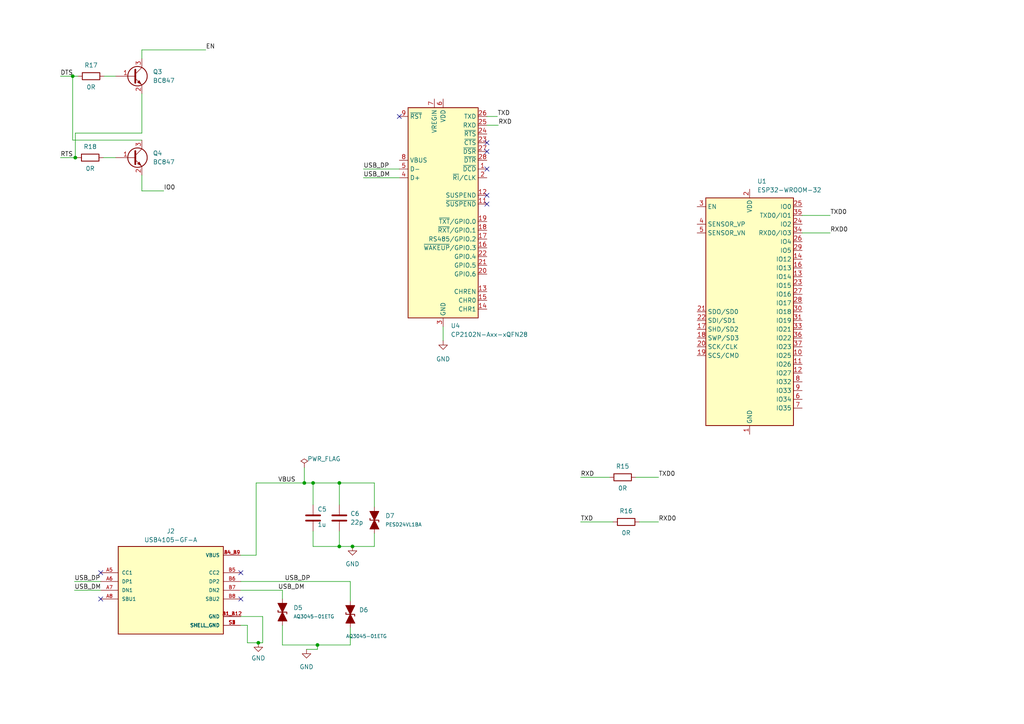
<source format=kicad_sch>
(kicad_sch
	(version 20231120)
	(generator "eeschema")
	(generator_version "8.0")
	(uuid "3a9f65cc-fbf6-4b0d-9095-78de8dd261b2")
	(paper "A4")
	(lib_symbols
		(symbol "Device:C"
			(pin_numbers hide)
			(pin_names
				(offset 0.254)
			)
			(exclude_from_sim no)
			(in_bom yes)
			(on_board yes)
			(property "Reference" "C"
				(at 0.635 2.54 0)
				(effects
					(font
						(size 1.27 1.27)
					)
					(justify left)
				)
			)
			(property "Value" "C"
				(at 0.635 -2.54 0)
				(effects
					(font
						(size 1.27 1.27)
					)
					(justify left)
				)
			)
			(property "Footprint" ""
				(at 0.9652 -3.81 0)
				(effects
					(font
						(size 1.27 1.27)
					)
					(hide yes)
				)
			)
			(property "Datasheet" "~"
				(at 0 0 0)
				(effects
					(font
						(size 1.27 1.27)
					)
					(hide yes)
				)
			)
			(property "Description" "Unpolarized capacitor"
				(at 0 0 0)
				(effects
					(font
						(size 1.27 1.27)
					)
					(hide yes)
				)
			)
			(property "ki_keywords" "cap capacitor"
				(at 0 0 0)
				(effects
					(font
						(size 1.27 1.27)
					)
					(hide yes)
				)
			)
			(property "ki_fp_filters" "C_*"
				(at 0 0 0)
				(effects
					(font
						(size 1.27 1.27)
					)
					(hide yes)
				)
			)
			(symbol "C_0_1"
				(polyline
					(pts
						(xy -2.032 -0.762) (xy 2.032 -0.762)
					)
					(stroke
						(width 0.508)
						(type default)
					)
					(fill
						(type none)
					)
				)
				(polyline
					(pts
						(xy -2.032 0.762) (xy 2.032 0.762)
					)
					(stroke
						(width 0.508)
						(type default)
					)
					(fill
						(type none)
					)
				)
			)
			(symbol "C_1_1"
				(pin passive line
					(at 0 3.81 270)
					(length 2.794)
					(name "~"
						(effects
							(font
								(size 1.27 1.27)
							)
						)
					)
					(number "1"
						(effects
							(font
								(size 1.27 1.27)
							)
						)
					)
				)
				(pin passive line
					(at 0 -3.81 90)
					(length 2.794)
					(name "~"
						(effects
							(font
								(size 1.27 1.27)
							)
						)
					)
					(number "2"
						(effects
							(font
								(size 1.27 1.27)
							)
						)
					)
				)
			)
		)
		(symbol "Device:D_TVS_Filled"
			(pin_numbers hide)
			(pin_names
				(offset 1.016) hide)
			(exclude_from_sim no)
			(in_bom yes)
			(on_board yes)
			(property "Reference" "D"
				(at 0 2.54 0)
				(effects
					(font
						(size 1.27 1.27)
					)
				)
			)
			(property "Value" "D_TVS_Filled"
				(at 0 -2.54 0)
				(effects
					(font
						(size 1.27 1.27)
					)
				)
			)
			(property "Footprint" ""
				(at 0 0 0)
				(effects
					(font
						(size 1.27 1.27)
					)
					(hide yes)
				)
			)
			(property "Datasheet" "~"
				(at 0 0 0)
				(effects
					(font
						(size 1.27 1.27)
					)
					(hide yes)
				)
			)
			(property "Description" "Bidirectional transient-voltage-suppression diode, filled shape"
				(at 0 0 0)
				(effects
					(font
						(size 1.27 1.27)
					)
					(hide yes)
				)
			)
			(property "ki_keywords" "diode TVS thyrector"
				(at 0 0 0)
				(effects
					(font
						(size 1.27 1.27)
					)
					(hide yes)
				)
			)
			(property "ki_fp_filters" "TO-???* *_Diode_* *SingleDiode* D_*"
				(at 0 0 0)
				(effects
					(font
						(size 1.27 1.27)
					)
					(hide yes)
				)
			)
			(symbol "D_TVS_Filled_0_1"
				(polyline
					(pts
						(xy 1.27 0) (xy -1.27 0)
					)
					(stroke
						(width 0)
						(type default)
					)
					(fill
						(type none)
					)
				)
				(polyline
					(pts
						(xy -2.54 -1.27) (xy 0 0) (xy -2.54 1.27) (xy -2.54 -1.27)
					)
					(stroke
						(width 0.254)
						(type default)
					)
					(fill
						(type outline)
					)
				)
				(polyline
					(pts
						(xy 0.508 1.27) (xy 0 1.27) (xy 0 -1.27) (xy -0.508 -1.27)
					)
					(stroke
						(width 0.254)
						(type default)
					)
					(fill
						(type none)
					)
				)
				(polyline
					(pts
						(xy 2.54 1.27) (xy 2.54 -1.27) (xy 0 0) (xy 2.54 1.27)
					)
					(stroke
						(width 0.254)
						(type default)
					)
					(fill
						(type outline)
					)
				)
			)
			(symbol "D_TVS_Filled_1_1"
				(pin passive line
					(at -3.81 0 0)
					(length 2.54)
					(name "A1"
						(effects
							(font
								(size 1.27 1.27)
							)
						)
					)
					(number "1"
						(effects
							(font
								(size 1.27 1.27)
							)
						)
					)
				)
				(pin passive line
					(at 3.81 0 180)
					(length 2.54)
					(name "A2"
						(effects
							(font
								(size 1.27 1.27)
							)
						)
					)
					(number "2"
						(effects
							(font
								(size 1.27 1.27)
							)
						)
					)
				)
			)
		)
		(symbol "Device:R"
			(pin_numbers hide)
			(pin_names
				(offset 0)
			)
			(exclude_from_sim no)
			(in_bom yes)
			(on_board yes)
			(property "Reference" "R"
				(at 2.032 0 90)
				(effects
					(font
						(size 1.27 1.27)
					)
				)
			)
			(property "Value" "R"
				(at 0 0 90)
				(effects
					(font
						(size 1.27 1.27)
					)
				)
			)
			(property "Footprint" ""
				(at -1.778 0 90)
				(effects
					(font
						(size 1.27 1.27)
					)
					(hide yes)
				)
			)
			(property "Datasheet" "~"
				(at 0 0 0)
				(effects
					(font
						(size 1.27 1.27)
					)
					(hide yes)
				)
			)
			(property "Description" "Resistor"
				(at 0 0 0)
				(effects
					(font
						(size 1.27 1.27)
					)
					(hide yes)
				)
			)
			(property "ki_keywords" "R res resistor"
				(at 0 0 0)
				(effects
					(font
						(size 1.27 1.27)
					)
					(hide yes)
				)
			)
			(property "ki_fp_filters" "R_*"
				(at 0 0 0)
				(effects
					(font
						(size 1.27 1.27)
					)
					(hide yes)
				)
			)
			(symbol "R_0_1"
				(rectangle
					(start -1.016 -2.54)
					(end 1.016 2.54)
					(stroke
						(width 0.254)
						(type default)
					)
					(fill
						(type none)
					)
				)
			)
			(symbol "R_1_1"
				(pin passive line
					(at 0 3.81 270)
					(length 1.27)
					(name "~"
						(effects
							(font
								(size 1.27 1.27)
							)
						)
					)
					(number "1"
						(effects
							(font
								(size 1.27 1.27)
							)
						)
					)
				)
				(pin passive line
					(at 0 -3.81 90)
					(length 1.27)
					(name "~"
						(effects
							(font
								(size 1.27 1.27)
							)
						)
					)
					(number "2"
						(effects
							(font
								(size 1.27 1.27)
							)
						)
					)
				)
			)
		)
		(symbol "GND_1"
			(power)
			(pin_numbers hide)
			(pin_names
				(offset 0) hide)
			(exclude_from_sim no)
			(in_bom yes)
			(on_board yes)
			(property "Reference" "#PWR"
				(at 0 -6.35 0)
				(effects
					(font
						(size 1.27 1.27)
					)
					(hide yes)
				)
			)
			(property "Value" "GND"
				(at 0 -3.81 0)
				(effects
					(font
						(size 1.27 1.27)
					)
				)
			)
			(property "Footprint" ""
				(at 0 0 0)
				(effects
					(font
						(size 1.27 1.27)
					)
					(hide yes)
				)
			)
			(property "Datasheet" ""
				(at 0 0 0)
				(effects
					(font
						(size 1.27 1.27)
					)
					(hide yes)
				)
			)
			(property "Description" "Power symbol creates a global label with name \"GND\" , ground"
				(at 0 0 0)
				(effects
					(font
						(size 1.27 1.27)
					)
					(hide yes)
				)
			)
			(property "ki_keywords" "global power"
				(at 0 0 0)
				(effects
					(font
						(size 1.27 1.27)
					)
					(hide yes)
				)
			)
			(symbol "GND_1_0_1"
				(polyline
					(pts
						(xy 0 0) (xy 0 -1.27) (xy 1.27 -1.27) (xy 0 -2.54) (xy -1.27 -1.27) (xy 0 -1.27)
					)
					(stroke
						(width 0)
						(type default)
					)
					(fill
						(type none)
					)
				)
			)
			(symbol "GND_1_1_1"
				(pin power_in line
					(at 0 0 270)
					(length 0)
					(name "~"
						(effects
							(font
								(size 1.27 1.27)
							)
						)
					)
					(number "1"
						(effects
							(font
								(size 1.27 1.27)
							)
						)
					)
				)
			)
		)
		(symbol "Interface_USB:CP2102N-Axx-xQFN28"
			(exclude_from_sim no)
			(in_bom yes)
			(on_board yes)
			(property "Reference" "U"
				(at -8.89 31.75 0)
				(effects
					(font
						(size 1.27 1.27)
					)
				)
			)
			(property "Value" "CP2102N-Axx-xQFN28"
				(at 12.7 31.75 0)
				(effects
					(font
						(size 1.27 1.27)
					)
				)
			)
			(property "Footprint" "Package_DFN_QFN:QFN-28-1EP_5x5mm_P0.5mm_EP3.35x3.35mm"
				(at 33.02 -31.75 0)
				(effects
					(font
						(size 1.27 1.27)
					)
					(hide yes)
				)
			)
			(property "Datasheet" "https://www.silabs.com/documents/public/data-sheets/cp2102n-datasheet.pdf"
				(at 1.27 -19.05 0)
				(effects
					(font
						(size 1.27 1.27)
					)
					(hide yes)
				)
			)
			(property "Description" "USB to UART master bridge, QFN-28"
				(at 0 0 0)
				(effects
					(font
						(size 1.27 1.27)
					)
					(hide yes)
				)
			)
			(property "ki_keywords" "USB UART bridge"
				(at 0 0 0)
				(effects
					(font
						(size 1.27 1.27)
					)
					(hide yes)
				)
			)
			(property "ki_fp_filters" "QFN*1EP*5x5mm*P0.5mm*"
				(at 0 0 0)
				(effects
					(font
						(size 1.27 1.27)
					)
					(hide yes)
				)
			)
			(symbol "CP2102N-Axx-xQFN28_0_1"
				(rectangle
					(start -10.16 30.48)
					(end 10.16 -30.48)
					(stroke
						(width 0.254)
						(type default)
					)
					(fill
						(type background)
					)
				)
			)
			(symbol "CP2102N-Axx-xQFN28_1_1"
				(pin input line
					(at 12.7 12.7 180)
					(length 2.54)
					(name "~{DCD}"
						(effects
							(font
								(size 1.27 1.27)
							)
						)
					)
					(number "1"
						(effects
							(font
								(size 1.27 1.27)
							)
						)
					)
				)
				(pin no_connect line
					(at -10.16 -27.94 0)
					(length 2.54) hide
					(name "NC"
						(effects
							(font
								(size 1.27 1.27)
							)
						)
					)
					(number "10"
						(effects
							(font
								(size 1.27 1.27)
							)
						)
					)
				)
				(pin output line
					(at 12.7 2.54 180)
					(length 2.54)
					(name "~{SUSPEND}"
						(effects
							(font
								(size 1.27 1.27)
							)
						)
					)
					(number "11"
						(effects
							(font
								(size 1.27 1.27)
							)
						)
					)
				)
				(pin output line
					(at 12.7 5.08 180)
					(length 2.54)
					(name "SUSPEND"
						(effects
							(font
								(size 1.27 1.27)
							)
						)
					)
					(number "12"
						(effects
							(font
								(size 1.27 1.27)
							)
						)
					)
				)
				(pin output line
					(at 12.7 -22.86 180)
					(length 2.54)
					(name "CHREN"
						(effects
							(font
								(size 1.27 1.27)
							)
						)
					)
					(number "13"
						(effects
							(font
								(size 1.27 1.27)
							)
						)
					)
				)
				(pin output line
					(at 12.7 -27.94 180)
					(length 2.54)
					(name "CHR1"
						(effects
							(font
								(size 1.27 1.27)
							)
						)
					)
					(number "14"
						(effects
							(font
								(size 1.27 1.27)
							)
						)
					)
				)
				(pin output line
					(at 12.7 -25.4 180)
					(length 2.54)
					(name "CHR0"
						(effects
							(font
								(size 1.27 1.27)
							)
						)
					)
					(number "15"
						(effects
							(font
								(size 1.27 1.27)
							)
						)
					)
				)
				(pin bidirectional line
					(at 12.7 -10.16 180)
					(length 2.54)
					(name "~{WAKEUP}/GPIO.3"
						(effects
							(font
								(size 1.27 1.27)
							)
						)
					)
					(number "16"
						(effects
							(font
								(size 1.27 1.27)
							)
						)
					)
				)
				(pin bidirectional line
					(at 12.7 -7.62 180)
					(length 2.54)
					(name "RS485/GPIO.2"
						(effects
							(font
								(size 1.27 1.27)
							)
						)
					)
					(number "17"
						(effects
							(font
								(size 1.27 1.27)
							)
						)
					)
				)
				(pin bidirectional line
					(at 12.7 -5.08 180)
					(length 2.54)
					(name "~{RXT}/GPIO.1"
						(effects
							(font
								(size 1.27 1.27)
							)
						)
					)
					(number "18"
						(effects
							(font
								(size 1.27 1.27)
							)
						)
					)
				)
				(pin bidirectional line
					(at 12.7 -2.54 180)
					(length 2.54)
					(name "~{TXT}/GPIO.0"
						(effects
							(font
								(size 1.27 1.27)
							)
						)
					)
					(number "19"
						(effects
							(font
								(size 1.27 1.27)
							)
						)
					)
				)
				(pin bidirectional line
					(at 12.7 10.16 180)
					(length 2.54)
					(name "~{RI}/CLK"
						(effects
							(font
								(size 1.27 1.27)
							)
						)
					)
					(number "2"
						(effects
							(font
								(size 1.27 1.27)
							)
						)
					)
				)
				(pin bidirectional line
					(at 12.7 -17.78 180)
					(length 2.54)
					(name "GPIO.6"
						(effects
							(font
								(size 1.27 1.27)
							)
						)
					)
					(number "20"
						(effects
							(font
								(size 1.27 1.27)
							)
						)
					)
				)
				(pin bidirectional line
					(at 12.7 -15.24 180)
					(length 2.54)
					(name "GPIO.5"
						(effects
							(font
								(size 1.27 1.27)
							)
						)
					)
					(number "21"
						(effects
							(font
								(size 1.27 1.27)
							)
						)
					)
				)
				(pin bidirectional line
					(at 12.7 -12.7 180)
					(length 2.54)
					(name "GPIO.4"
						(effects
							(font
								(size 1.27 1.27)
							)
						)
					)
					(number "22"
						(effects
							(font
								(size 1.27 1.27)
							)
						)
					)
				)
				(pin input line
					(at 12.7 20.32 180)
					(length 2.54)
					(name "~{CTS}"
						(effects
							(font
								(size 1.27 1.27)
							)
						)
					)
					(number "23"
						(effects
							(font
								(size 1.27 1.27)
							)
						)
					)
				)
				(pin output line
					(at 12.7 22.86 180)
					(length 2.54)
					(name "~{RTS}"
						(effects
							(font
								(size 1.27 1.27)
							)
						)
					)
					(number "24"
						(effects
							(font
								(size 1.27 1.27)
							)
						)
					)
				)
				(pin input line
					(at 12.7 25.4 180)
					(length 2.54)
					(name "RXD"
						(effects
							(font
								(size 1.27 1.27)
							)
						)
					)
					(number "25"
						(effects
							(font
								(size 1.27 1.27)
							)
						)
					)
				)
				(pin output line
					(at 12.7 27.94 180)
					(length 2.54)
					(name "TXD"
						(effects
							(font
								(size 1.27 1.27)
							)
						)
					)
					(number "26"
						(effects
							(font
								(size 1.27 1.27)
							)
						)
					)
				)
				(pin input line
					(at 12.7 17.78 180)
					(length 2.54)
					(name "~{DSR}"
						(effects
							(font
								(size 1.27 1.27)
							)
						)
					)
					(number "27"
						(effects
							(font
								(size 1.27 1.27)
							)
						)
					)
				)
				(pin output line
					(at 12.7 15.24 180)
					(length 2.54)
					(name "~{DTR}"
						(effects
							(font
								(size 1.27 1.27)
							)
						)
					)
					(number "28"
						(effects
							(font
								(size 1.27 1.27)
							)
						)
					)
				)
				(pin passive line
					(at 0 -33.02 90)
					(length 2.54) hide
					(name "GND"
						(effects
							(font
								(size 1.27 1.27)
							)
						)
					)
					(number "29"
						(effects
							(font
								(size 1.27 1.27)
							)
						)
					)
				)
				(pin power_in line
					(at 0 -33.02 90)
					(length 2.54)
					(name "GND"
						(effects
							(font
								(size 1.27 1.27)
							)
						)
					)
					(number "3"
						(effects
							(font
								(size 1.27 1.27)
							)
						)
					)
				)
				(pin bidirectional line
					(at -12.7 10.16 0)
					(length 2.54)
					(name "D+"
						(effects
							(font
								(size 1.27 1.27)
							)
						)
					)
					(number "4"
						(effects
							(font
								(size 1.27 1.27)
							)
						)
					)
				)
				(pin bidirectional line
					(at -12.7 12.7 0)
					(length 2.54)
					(name "D-"
						(effects
							(font
								(size 1.27 1.27)
							)
						)
					)
					(number "5"
						(effects
							(font
								(size 1.27 1.27)
							)
						)
					)
				)
				(pin power_in line
					(at 0 33.02 270)
					(length 2.54)
					(name "VDD"
						(effects
							(font
								(size 1.27 1.27)
							)
						)
					)
					(number "6"
						(effects
							(font
								(size 1.27 1.27)
							)
						)
					)
				)
				(pin power_in line
					(at -2.54 33.02 270)
					(length 2.54)
					(name "VREGIN"
						(effects
							(font
								(size 1.27 1.27)
							)
						)
					)
					(number "7"
						(effects
							(font
								(size 1.27 1.27)
							)
						)
					)
				)
				(pin input line
					(at -12.7 15.24 0)
					(length 2.54)
					(name "VBUS"
						(effects
							(font
								(size 1.27 1.27)
							)
						)
					)
					(number "8"
						(effects
							(font
								(size 1.27 1.27)
							)
						)
					)
				)
				(pin input line
					(at -12.7 27.94 0)
					(length 2.54)
					(name "~{RST}"
						(effects
							(font
								(size 1.27 1.27)
							)
						)
					)
					(number "9"
						(effects
							(font
								(size 1.27 1.27)
							)
						)
					)
				)
			)
		)
		(symbol "RF_Module:ESP32-WROOM-32"
			(exclude_from_sim no)
			(in_bom yes)
			(on_board yes)
			(property "Reference" "U"
				(at -12.7 34.29 0)
				(effects
					(font
						(size 1.27 1.27)
					)
					(justify left)
				)
			)
			(property "Value" "ESP32-WROOM-32"
				(at 1.27 34.29 0)
				(effects
					(font
						(size 1.27 1.27)
					)
					(justify left)
				)
			)
			(property "Footprint" "RF_Module:ESP32-WROOM-32"
				(at 0 -38.1 0)
				(effects
					(font
						(size 1.27 1.27)
					)
					(hide yes)
				)
			)
			(property "Datasheet" "https://www.espressif.com/sites/default/files/documentation/esp32-wroom-32_datasheet_en.pdf"
				(at -7.62 1.27 0)
				(effects
					(font
						(size 1.27 1.27)
					)
					(hide yes)
				)
			)
			(property "Description" "RF Module, ESP32-D0WDQ6 SoC, Wi-Fi 802.11b/g/n, Bluetooth, BLE, 32-bit, 2.7-3.6V, onboard antenna, SMD"
				(at 0 0 0)
				(effects
					(font
						(size 1.27 1.27)
					)
					(hide yes)
				)
			)
			(property "ki_keywords" "RF Radio BT ESP ESP32 Espressif onboard PCB antenna"
				(at 0 0 0)
				(effects
					(font
						(size 1.27 1.27)
					)
					(hide yes)
				)
			)
			(property "ki_fp_filters" "ESP32?WROOM?32*"
				(at 0 0 0)
				(effects
					(font
						(size 1.27 1.27)
					)
					(hide yes)
				)
			)
			(symbol "ESP32-WROOM-32_0_1"
				(rectangle
					(start -12.7 33.02)
					(end 12.7 -33.02)
					(stroke
						(width 0.254)
						(type default)
					)
					(fill
						(type background)
					)
				)
			)
			(symbol "ESP32-WROOM-32_1_1"
				(pin power_in line
					(at 0 -35.56 90)
					(length 2.54)
					(name "GND"
						(effects
							(font
								(size 1.27 1.27)
							)
						)
					)
					(number "1"
						(effects
							(font
								(size 1.27 1.27)
							)
						)
					)
				)
				(pin bidirectional line
					(at 15.24 -12.7 180)
					(length 2.54)
					(name "IO25"
						(effects
							(font
								(size 1.27 1.27)
							)
						)
					)
					(number "10"
						(effects
							(font
								(size 1.27 1.27)
							)
						)
					)
				)
				(pin bidirectional line
					(at 15.24 -15.24 180)
					(length 2.54)
					(name "IO26"
						(effects
							(font
								(size 1.27 1.27)
							)
						)
					)
					(number "11"
						(effects
							(font
								(size 1.27 1.27)
							)
						)
					)
				)
				(pin bidirectional line
					(at 15.24 -17.78 180)
					(length 2.54)
					(name "IO27"
						(effects
							(font
								(size 1.27 1.27)
							)
						)
					)
					(number "12"
						(effects
							(font
								(size 1.27 1.27)
							)
						)
					)
				)
				(pin bidirectional line
					(at 15.24 10.16 180)
					(length 2.54)
					(name "IO14"
						(effects
							(font
								(size 1.27 1.27)
							)
						)
					)
					(number "13"
						(effects
							(font
								(size 1.27 1.27)
							)
						)
					)
				)
				(pin bidirectional line
					(at 15.24 15.24 180)
					(length 2.54)
					(name "IO12"
						(effects
							(font
								(size 1.27 1.27)
							)
						)
					)
					(number "14"
						(effects
							(font
								(size 1.27 1.27)
							)
						)
					)
				)
				(pin passive line
					(at 0 -35.56 90)
					(length 2.54) hide
					(name "GND"
						(effects
							(font
								(size 1.27 1.27)
							)
						)
					)
					(number "15"
						(effects
							(font
								(size 1.27 1.27)
							)
						)
					)
				)
				(pin bidirectional line
					(at 15.24 12.7 180)
					(length 2.54)
					(name "IO13"
						(effects
							(font
								(size 1.27 1.27)
							)
						)
					)
					(number "16"
						(effects
							(font
								(size 1.27 1.27)
							)
						)
					)
				)
				(pin bidirectional line
					(at -15.24 -5.08 0)
					(length 2.54)
					(name "SHD/SD2"
						(effects
							(font
								(size 1.27 1.27)
							)
						)
					)
					(number "17"
						(effects
							(font
								(size 1.27 1.27)
							)
						)
					)
				)
				(pin bidirectional line
					(at -15.24 -7.62 0)
					(length 2.54)
					(name "SWP/SD3"
						(effects
							(font
								(size 1.27 1.27)
							)
						)
					)
					(number "18"
						(effects
							(font
								(size 1.27 1.27)
							)
						)
					)
				)
				(pin bidirectional line
					(at -15.24 -12.7 0)
					(length 2.54)
					(name "SCS/CMD"
						(effects
							(font
								(size 1.27 1.27)
							)
						)
					)
					(number "19"
						(effects
							(font
								(size 1.27 1.27)
							)
						)
					)
				)
				(pin power_in line
					(at 0 35.56 270)
					(length 2.54)
					(name "VDD"
						(effects
							(font
								(size 1.27 1.27)
							)
						)
					)
					(number "2"
						(effects
							(font
								(size 1.27 1.27)
							)
						)
					)
				)
				(pin bidirectional line
					(at -15.24 -10.16 0)
					(length 2.54)
					(name "SCK/CLK"
						(effects
							(font
								(size 1.27 1.27)
							)
						)
					)
					(number "20"
						(effects
							(font
								(size 1.27 1.27)
							)
						)
					)
				)
				(pin bidirectional line
					(at -15.24 0 0)
					(length 2.54)
					(name "SDO/SD0"
						(effects
							(font
								(size 1.27 1.27)
							)
						)
					)
					(number "21"
						(effects
							(font
								(size 1.27 1.27)
							)
						)
					)
				)
				(pin bidirectional line
					(at -15.24 -2.54 0)
					(length 2.54)
					(name "SDI/SD1"
						(effects
							(font
								(size 1.27 1.27)
							)
						)
					)
					(number "22"
						(effects
							(font
								(size 1.27 1.27)
							)
						)
					)
				)
				(pin bidirectional line
					(at 15.24 7.62 180)
					(length 2.54)
					(name "IO15"
						(effects
							(font
								(size 1.27 1.27)
							)
						)
					)
					(number "23"
						(effects
							(font
								(size 1.27 1.27)
							)
						)
					)
				)
				(pin bidirectional line
					(at 15.24 25.4 180)
					(length 2.54)
					(name "IO2"
						(effects
							(font
								(size 1.27 1.27)
							)
						)
					)
					(number "24"
						(effects
							(font
								(size 1.27 1.27)
							)
						)
					)
				)
				(pin bidirectional line
					(at 15.24 30.48 180)
					(length 2.54)
					(name "IO0"
						(effects
							(font
								(size 1.27 1.27)
							)
						)
					)
					(number "25"
						(effects
							(font
								(size 1.27 1.27)
							)
						)
					)
				)
				(pin bidirectional line
					(at 15.24 20.32 180)
					(length 2.54)
					(name "IO4"
						(effects
							(font
								(size 1.27 1.27)
							)
						)
					)
					(number "26"
						(effects
							(font
								(size 1.27 1.27)
							)
						)
					)
				)
				(pin bidirectional line
					(at 15.24 5.08 180)
					(length 2.54)
					(name "IO16"
						(effects
							(font
								(size 1.27 1.27)
							)
						)
					)
					(number "27"
						(effects
							(font
								(size 1.27 1.27)
							)
						)
					)
				)
				(pin bidirectional line
					(at 15.24 2.54 180)
					(length 2.54)
					(name "IO17"
						(effects
							(font
								(size 1.27 1.27)
							)
						)
					)
					(number "28"
						(effects
							(font
								(size 1.27 1.27)
							)
						)
					)
				)
				(pin bidirectional line
					(at 15.24 17.78 180)
					(length 2.54)
					(name "IO5"
						(effects
							(font
								(size 1.27 1.27)
							)
						)
					)
					(number "29"
						(effects
							(font
								(size 1.27 1.27)
							)
						)
					)
				)
				(pin input line
					(at -15.24 30.48 0)
					(length 2.54)
					(name "EN"
						(effects
							(font
								(size 1.27 1.27)
							)
						)
					)
					(number "3"
						(effects
							(font
								(size 1.27 1.27)
							)
						)
					)
				)
				(pin bidirectional line
					(at 15.24 0 180)
					(length 2.54)
					(name "IO18"
						(effects
							(font
								(size 1.27 1.27)
							)
						)
					)
					(number "30"
						(effects
							(font
								(size 1.27 1.27)
							)
						)
					)
				)
				(pin bidirectional line
					(at 15.24 -2.54 180)
					(length 2.54)
					(name "IO19"
						(effects
							(font
								(size 1.27 1.27)
							)
						)
					)
					(number "31"
						(effects
							(font
								(size 1.27 1.27)
							)
						)
					)
				)
				(pin no_connect line
					(at -12.7 -27.94 0)
					(length 2.54) hide
					(name "NC"
						(effects
							(font
								(size 1.27 1.27)
							)
						)
					)
					(number "32"
						(effects
							(font
								(size 1.27 1.27)
							)
						)
					)
				)
				(pin bidirectional line
					(at 15.24 -5.08 180)
					(length 2.54)
					(name "IO21"
						(effects
							(font
								(size 1.27 1.27)
							)
						)
					)
					(number "33"
						(effects
							(font
								(size 1.27 1.27)
							)
						)
					)
				)
				(pin bidirectional line
					(at 15.24 22.86 180)
					(length 2.54)
					(name "RXD0/IO3"
						(effects
							(font
								(size 1.27 1.27)
							)
						)
					)
					(number "34"
						(effects
							(font
								(size 1.27 1.27)
							)
						)
					)
				)
				(pin bidirectional line
					(at 15.24 27.94 180)
					(length 2.54)
					(name "TXD0/IO1"
						(effects
							(font
								(size 1.27 1.27)
							)
						)
					)
					(number "35"
						(effects
							(font
								(size 1.27 1.27)
							)
						)
					)
				)
				(pin bidirectional line
					(at 15.24 -7.62 180)
					(length 2.54)
					(name "IO22"
						(effects
							(font
								(size 1.27 1.27)
							)
						)
					)
					(number "36"
						(effects
							(font
								(size 1.27 1.27)
							)
						)
					)
				)
				(pin bidirectional line
					(at 15.24 -10.16 180)
					(length 2.54)
					(name "IO23"
						(effects
							(font
								(size 1.27 1.27)
							)
						)
					)
					(number "37"
						(effects
							(font
								(size 1.27 1.27)
							)
						)
					)
				)
				(pin passive line
					(at 0 -35.56 90)
					(length 2.54) hide
					(name "GND"
						(effects
							(font
								(size 1.27 1.27)
							)
						)
					)
					(number "38"
						(effects
							(font
								(size 1.27 1.27)
							)
						)
					)
				)
				(pin passive line
					(at 0 -35.56 90)
					(length 2.54) hide
					(name "GND"
						(effects
							(font
								(size 1.27 1.27)
							)
						)
					)
					(number "39"
						(effects
							(font
								(size 1.27 1.27)
							)
						)
					)
				)
				(pin input line
					(at -15.24 25.4 0)
					(length 2.54)
					(name "SENSOR_VP"
						(effects
							(font
								(size 1.27 1.27)
							)
						)
					)
					(number "4"
						(effects
							(font
								(size 1.27 1.27)
							)
						)
					)
				)
				(pin input line
					(at -15.24 22.86 0)
					(length 2.54)
					(name "SENSOR_VN"
						(effects
							(font
								(size 1.27 1.27)
							)
						)
					)
					(number "5"
						(effects
							(font
								(size 1.27 1.27)
							)
						)
					)
				)
				(pin input line
					(at 15.24 -25.4 180)
					(length 2.54)
					(name "IO34"
						(effects
							(font
								(size 1.27 1.27)
							)
						)
					)
					(number "6"
						(effects
							(font
								(size 1.27 1.27)
							)
						)
					)
				)
				(pin input line
					(at 15.24 -27.94 180)
					(length 2.54)
					(name "IO35"
						(effects
							(font
								(size 1.27 1.27)
							)
						)
					)
					(number "7"
						(effects
							(font
								(size 1.27 1.27)
							)
						)
					)
				)
				(pin bidirectional line
					(at 15.24 -20.32 180)
					(length 2.54)
					(name "IO32"
						(effects
							(font
								(size 1.27 1.27)
							)
						)
					)
					(number "8"
						(effects
							(font
								(size 1.27 1.27)
							)
						)
					)
				)
				(pin bidirectional line
					(at 15.24 -22.86 180)
					(length 2.54)
					(name "IO33"
						(effects
							(font
								(size 1.27 1.27)
							)
						)
					)
					(number "9"
						(effects
							(font
								(size 1.27 1.27)
							)
						)
					)
				)
			)
		)
		(symbol "SCH_LIB:USB4105-GF-A"
			(pin_names
				(offset 1.016)
			)
			(exclude_from_sim no)
			(in_bom yes)
			(on_board yes)
			(property "Reference" "J"
				(at -15.24 13.97 0)
				(effects
					(font
						(size 1.27 1.27)
					)
					(justify left bottom)
				)
			)
			(property "Value" "USB4105-GF-A"
				(at -6.985 -14.605 0)
				(effects
					(font
						(size 1.27 1.27)
					)
					(justify left bottom)
				)
			)
			(property "Footprint" "LocalLib:GCT_USB4105-GF-A"
				(at -8.89 13.97 0)
				(effects
					(font
						(size 1.27 1.27)
					)
					(justify left bottom)
					(hide yes)
				)
			)
			(property "Datasheet" ""
				(at 0 0 0)
				(effects
					(font
						(size 1.27 1.27)
					)
					(justify left bottom)
					(hide yes)
				)
			)
			(property "Description" ""
				(at 0 0 0)
				(effects
					(font
						(size 1.27 1.27)
					)
					(hide yes)
				)
			)
			(symbol "USB4105-GF-A_0_0"
				(rectangle
					(start -15.24 12.7)
					(end 15.24 -12.7)
					(stroke
						(width 0.254)
						(type default)
					)
					(fill
						(type background)
					)
				)
				(pin power_in line
					(at 20.32 -7.62 180)
					(length 5.08)
					(name "GND"
						(effects
							(font
								(size 1.016 1.016)
							)
						)
					)
					(number "A1_B12"
						(effects
							(font
								(size 1.016 1.016)
							)
						)
					)
				)
				(pin power_in line
					(at 20.32 10.16 180)
					(length 5.08)
					(name "VBUS"
						(effects
							(font
								(size 1.016 1.016)
							)
						)
					)
					(number "A4_B9"
						(effects
							(font
								(size 1.016 1.016)
							)
						)
					)
				)
				(pin bidirectional line
					(at -20.32 5.08 0)
					(length 5.08)
					(name "CC1"
						(effects
							(font
								(size 1.016 1.016)
							)
						)
					)
					(number "A5"
						(effects
							(font
								(size 1.016 1.016)
							)
						)
					)
				)
				(pin bidirectional line
					(at -20.32 2.54 0)
					(length 5.08)
					(name "DP1"
						(effects
							(font
								(size 1.016 1.016)
							)
						)
					)
					(number "A6"
						(effects
							(font
								(size 1.016 1.016)
							)
						)
					)
				)
				(pin bidirectional line
					(at -20.32 0 0)
					(length 5.08)
					(name "DN1"
						(effects
							(font
								(size 1.016 1.016)
							)
						)
					)
					(number "A7"
						(effects
							(font
								(size 1.016 1.016)
							)
						)
					)
				)
				(pin bidirectional line
					(at -20.32 -2.54 0)
					(length 5.08)
					(name "SBU1"
						(effects
							(font
								(size 1.016 1.016)
							)
						)
					)
					(number "A8"
						(effects
							(font
								(size 1.016 1.016)
							)
						)
					)
				)
				(pin power_in line
					(at 20.32 -7.62 180)
					(length 5.08)
					(name "GND"
						(effects
							(font
								(size 1.016 1.016)
							)
						)
					)
					(number "B1_A12"
						(effects
							(font
								(size 1.016 1.016)
							)
						)
					)
				)
				(pin power_in line
					(at 20.32 10.16 180)
					(length 5.08)
					(name "VBUS"
						(effects
							(font
								(size 1.016 1.016)
							)
						)
					)
					(number "B4_A9"
						(effects
							(font
								(size 1.016 1.016)
							)
						)
					)
				)
				(pin bidirectional line
					(at 20.32 5.08 180)
					(length 5.08)
					(name "CC2"
						(effects
							(font
								(size 1.016 1.016)
							)
						)
					)
					(number "B5"
						(effects
							(font
								(size 1.016 1.016)
							)
						)
					)
				)
				(pin bidirectional line
					(at 20.32 2.54 180)
					(length 5.08)
					(name "DP2"
						(effects
							(font
								(size 1.016 1.016)
							)
						)
					)
					(number "B6"
						(effects
							(font
								(size 1.016 1.016)
							)
						)
					)
				)
				(pin bidirectional line
					(at 20.32 0 180)
					(length 5.08)
					(name "DN2"
						(effects
							(font
								(size 1.016 1.016)
							)
						)
					)
					(number "B7"
						(effects
							(font
								(size 1.016 1.016)
							)
						)
					)
				)
				(pin bidirectional line
					(at 20.32 -2.54 180)
					(length 5.08)
					(name "SBU2"
						(effects
							(font
								(size 1.016 1.016)
							)
						)
					)
					(number "B8"
						(effects
							(font
								(size 1.016 1.016)
							)
						)
					)
				)
				(pin power_in line
					(at 20.32 -10.16 180)
					(length 5.08)
					(name "SHELL_GND"
						(effects
							(font
								(size 1.016 1.016)
							)
						)
					)
					(number "S1"
						(effects
							(font
								(size 1.016 1.016)
							)
						)
					)
				)
				(pin power_in line
					(at 20.32 -10.16 180)
					(length 5.08)
					(name "SHELL_GND"
						(effects
							(font
								(size 1.016 1.016)
							)
						)
					)
					(number "S2"
						(effects
							(font
								(size 1.016 1.016)
							)
						)
					)
				)
				(pin power_in line
					(at 20.32 -10.16 180)
					(length 5.08)
					(name "SHELL_GND"
						(effects
							(font
								(size 1.016 1.016)
							)
						)
					)
					(number "S3"
						(effects
							(font
								(size 1.016 1.016)
							)
						)
					)
				)
				(pin power_in line
					(at 20.32 -10.16 180)
					(length 5.08)
					(name "SHELL_GND"
						(effects
							(font
								(size 1.016 1.016)
							)
						)
					)
					(number "S4"
						(effects
							(font
								(size 1.016 1.016)
							)
						)
					)
				)
			)
		)
		(symbol "Transistor_BJT:BC847"
			(pin_names
				(offset 0) hide)
			(exclude_from_sim no)
			(in_bom yes)
			(on_board yes)
			(property "Reference" "Q"
				(at 5.08 1.905 0)
				(effects
					(font
						(size 1.27 1.27)
					)
					(justify left)
				)
			)
			(property "Value" "BC847"
				(at 5.08 0 0)
				(effects
					(font
						(size 1.27 1.27)
					)
					(justify left)
				)
			)
			(property "Footprint" "Package_TO_SOT_SMD:SOT-23"
				(at 5.08 -1.905 0)
				(effects
					(font
						(size 1.27 1.27)
						(italic yes)
					)
					(justify left)
					(hide yes)
				)
			)
			(property "Datasheet" "http://www.infineon.com/dgdl/Infineon-BC847SERIES_BC848SERIES_BC849SERIES_BC850SERIES-DS-v01_01-en.pdf?fileId=db3a304314dca389011541d4630a1657"
				(at 0 0 0)
				(effects
					(font
						(size 1.27 1.27)
					)
					(justify left)
					(hide yes)
				)
			)
			(property "Description" "0.1A Ic, 45V Vce, NPN Transistor, SOT-23"
				(at 0 0 0)
				(effects
					(font
						(size 1.27 1.27)
					)
					(hide yes)
				)
			)
			(property "ki_keywords" "NPN Small Signal Transistor"
				(at 0 0 0)
				(effects
					(font
						(size 1.27 1.27)
					)
					(hide yes)
				)
			)
			(property "ki_fp_filters" "SOT?23*"
				(at 0 0 0)
				(effects
					(font
						(size 1.27 1.27)
					)
					(hide yes)
				)
			)
			(symbol "BC847_0_1"
				(polyline
					(pts
						(xy 0.635 0.635) (xy 2.54 2.54)
					)
					(stroke
						(width 0)
						(type default)
					)
					(fill
						(type none)
					)
				)
				(polyline
					(pts
						(xy 0.635 -0.635) (xy 2.54 -2.54) (xy 2.54 -2.54)
					)
					(stroke
						(width 0)
						(type default)
					)
					(fill
						(type none)
					)
				)
				(polyline
					(pts
						(xy 0.635 1.905) (xy 0.635 -1.905) (xy 0.635 -1.905)
					)
					(stroke
						(width 0.508)
						(type default)
					)
					(fill
						(type none)
					)
				)
				(polyline
					(pts
						(xy 1.27 -1.778) (xy 1.778 -1.27) (xy 2.286 -2.286) (xy 1.27 -1.778) (xy 1.27 -1.778)
					)
					(stroke
						(width 0)
						(type default)
					)
					(fill
						(type outline)
					)
				)
				(circle
					(center 1.27 0)
					(radius 2.8194)
					(stroke
						(width 0.254)
						(type default)
					)
					(fill
						(type none)
					)
				)
			)
			(symbol "BC847_1_1"
				(pin input line
					(at -5.08 0 0)
					(length 5.715)
					(name "B"
						(effects
							(font
								(size 1.27 1.27)
							)
						)
					)
					(number "1"
						(effects
							(font
								(size 1.27 1.27)
							)
						)
					)
				)
				(pin passive line
					(at 2.54 -5.08 90)
					(length 2.54)
					(name "E"
						(effects
							(font
								(size 1.27 1.27)
							)
						)
					)
					(number "2"
						(effects
							(font
								(size 1.27 1.27)
							)
						)
					)
				)
				(pin passive line
					(at 2.54 5.08 270)
					(length 2.54)
					(name "C"
						(effects
							(font
								(size 1.27 1.27)
							)
						)
					)
					(number "3"
						(effects
							(font
								(size 1.27 1.27)
							)
						)
					)
				)
			)
		)
		(symbol "power:GND"
			(power)
			(pin_names
				(offset 0)
			)
			(exclude_from_sim no)
			(in_bom yes)
			(on_board yes)
			(property "Reference" "#PWR"
				(at 0 -6.35 0)
				(effects
					(font
						(size 1.27 1.27)
					)
					(hide yes)
				)
			)
			(property "Value" "GND"
				(at 0 -3.81 0)
				(effects
					(font
						(size 1.27 1.27)
					)
				)
			)
			(property "Footprint" ""
				(at 0 0 0)
				(effects
					(font
						(size 1.27 1.27)
					)
					(hide yes)
				)
			)
			(property "Datasheet" ""
				(at 0 0 0)
				(effects
					(font
						(size 1.27 1.27)
					)
					(hide yes)
				)
			)
			(property "Description" "Power symbol creates a global label with name \"GND\" , ground"
				(at 0 0 0)
				(effects
					(font
						(size 1.27 1.27)
					)
					(hide yes)
				)
			)
			(property "ki_keywords" "global power"
				(at 0 0 0)
				(effects
					(font
						(size 1.27 1.27)
					)
					(hide yes)
				)
			)
			(symbol "GND_0_1"
				(polyline
					(pts
						(xy 0 0) (xy 0 -1.27) (xy 1.27 -1.27) (xy 0 -2.54) (xy -1.27 -1.27) (xy 0 -1.27)
					)
					(stroke
						(width 0)
						(type default)
					)
					(fill
						(type none)
					)
				)
			)
			(symbol "GND_1_1"
				(pin power_in line
					(at 0 0 270)
					(length 0) hide
					(name "GND"
						(effects
							(font
								(size 1.27 1.27)
							)
						)
					)
					(number "1"
						(effects
							(font
								(size 1.27 1.27)
							)
						)
					)
				)
			)
		)
		(symbol "power:PWR_FLAG"
			(power)
			(pin_numbers hide)
			(pin_names
				(offset 0) hide)
			(exclude_from_sim no)
			(in_bom yes)
			(on_board yes)
			(property "Reference" "#FLG"
				(at 0 1.905 0)
				(effects
					(font
						(size 1.27 1.27)
					)
					(hide yes)
				)
			)
			(property "Value" "PWR_FLAG"
				(at 0 3.81 0)
				(effects
					(font
						(size 1.27 1.27)
					)
				)
			)
			(property "Footprint" ""
				(at 0 0 0)
				(effects
					(font
						(size 1.27 1.27)
					)
					(hide yes)
				)
			)
			(property "Datasheet" "~"
				(at 0 0 0)
				(effects
					(font
						(size 1.27 1.27)
					)
					(hide yes)
				)
			)
			(property "Description" "Special symbol for telling ERC where power comes from"
				(at 0 0 0)
				(effects
					(font
						(size 1.27 1.27)
					)
					(hide yes)
				)
			)
			(property "ki_keywords" "flag power"
				(at 0 0 0)
				(effects
					(font
						(size 1.27 1.27)
					)
					(hide yes)
				)
			)
			(symbol "PWR_FLAG_0_0"
				(pin power_out line
					(at 0 0 90)
					(length 0)
					(name "pwr"
						(effects
							(font
								(size 1.27 1.27)
							)
						)
					)
					(number "1"
						(effects
							(font
								(size 1.27 1.27)
							)
						)
					)
				)
			)
			(symbol "PWR_FLAG_0_1"
				(polyline
					(pts
						(xy 0 0) (xy 0 1.27) (xy -1.016 1.905) (xy 0 2.54) (xy 1.016 1.905) (xy 0 1.27)
					)
					(stroke
						(width 0)
						(type default)
					)
					(fill
						(type none)
					)
				)
			)
		)
	)
	(junction
		(at 74.93 186.436)
		(diameter 0)
		(color 0 0 0 0)
		(uuid "1c4cd17d-6a68-4f1f-8137-657ff24491c8")
	)
	(junction
		(at 21.082 22.098)
		(diameter 0)
		(color 0 0 0 0)
		(uuid "237cc7de-6a2c-4d68-857d-9cab0ac8f65e")
	)
	(junction
		(at 98.425 140.081)
		(diameter 0)
		(color 0 0 0 0)
		(uuid "5aa3fffa-7968-4b91-9844-e10f6fb8e4d8")
	)
	(junction
		(at 21.844 45.72)
		(diameter 0)
		(color 0 0 0 0)
		(uuid "6abca6c3-c218-4847-a1c3-253b44ccb33b")
	)
	(junction
		(at 102.235 158.496)
		(diameter 0)
		(color 0 0 0 0)
		(uuid "8e8d03c8-91cf-45f9-bc8e-f751e24d5fd3")
	)
	(junction
		(at 90.805 140.081)
		(diameter 0)
		(color 0 0 0 0)
		(uuid "9c136050-7e33-46c0-98db-7c202957c567")
	)
	(junction
		(at 98.425 158.496)
		(diameter 0)
		(color 0 0 0 0)
		(uuid "a9369aa1-cbd8-4e95-a2e4-6d1eac09d12b")
	)
	(junction
		(at 88.265 140.081)
		(diameter 0)
		(color 0 0 0 0)
		(uuid "d9ebbab5-40a5-4430-bd93-23ab8bb51406")
	)
	(junction
		(at 92.075 187.071)
		(diameter 0)
		(color 0 0 0 0)
		(uuid "feebdb91-663a-44db-b9d7-daeaa30016f2")
	)
	(no_connect
		(at 141.224 41.402)
		(uuid "0747086f-9b9e-4e59-a394-4acc29168d08")
	)
	(no_connect
		(at 69.85 173.736)
		(uuid "0adcaa58-3d6c-4b8c-8df9-ecf0b55a7edd")
	)
	(no_connect
		(at 141.224 43.942)
		(uuid "39082fa8-fc93-41bb-bce0-74197077fa19")
	)
	(no_connect
		(at 141.224 49.022)
		(uuid "46811180-2ad2-40ce-a5cc-7cc38434f2d1")
	)
	(no_connect
		(at 115.824 33.782)
		(uuid "5f2c22fa-5b00-4dda-88ea-3ccd6f63c2ba")
	)
	(no_connect
		(at 141.224 59.182)
		(uuid "61206829-00c5-4f45-bf75-1fa5a8b2e48f")
	)
	(no_connect
		(at 141.224 56.642)
		(uuid "8d4edaf5-0dce-4213-8da5-ea4def78dcae")
	)
	(no_connect
		(at 69.85 166.116)
		(uuid "b6f40756-3a83-47f3-8780-d7a07fad5389")
	)
	(no_connect
		(at 29.21 173.736)
		(uuid "d6e076f1-2d02-4380-b5aa-3a5cfdfd6f1c")
	)
	(no_connect
		(at 29.21 166.116)
		(uuid "f123f316-ccd3-4697-a8c8-5b4abbbb0e72")
	)
	(wire
		(pts
			(xy 92.075 188.341) (xy 92.075 187.071)
		)
		(stroke
			(width 0)
			(type default)
		)
		(uuid "00680de7-2920-472a-9a54-82aef594a3e4")
	)
	(wire
		(pts
			(xy 92.075 188.341) (xy 88.9 188.341)
		)
		(stroke
			(width 0)
			(type default)
		)
		(uuid "02274e02-442c-47f4-ae0a-60bee2a4033d")
	)
	(wire
		(pts
			(xy 232.664 67.564) (xy 240.792 67.564)
		)
		(stroke
			(width 0)
			(type default)
		)
		(uuid "0252d0da-3bc0-4008-87ac-ca413749664f")
	)
	(wire
		(pts
			(xy 90.805 140.081) (xy 90.805 146.431)
		)
		(stroke
			(width 0)
			(type default)
		)
		(uuid "03ef1d34-d905-4767-8326-2d2e0b46e3b8")
	)
	(wire
		(pts
			(xy 21.59 168.656) (xy 29.21 168.656)
		)
		(stroke
			(width 0)
			(type default)
		)
		(uuid "06098e98-c109-4bf8-9167-13eb0dfd30f2")
	)
	(wire
		(pts
			(xy 74.93 186.436) (xy 76.2 186.436)
		)
		(stroke
			(width 0)
			(type default)
		)
		(uuid "0ac01dda-76ee-412b-bc83-42b2ee4c1340")
	)
	(wire
		(pts
			(xy 71.755 181.356) (xy 71.755 186.436)
		)
		(stroke
			(width 0)
			(type default)
		)
		(uuid "0cac93e0-9ed2-42f6-9ada-beac5200bce1")
	)
	(wire
		(pts
			(xy 30.226 22.098) (xy 33.528 22.098)
		)
		(stroke
			(width 0)
			(type default)
		)
		(uuid "15bab21f-834a-45eb-a1f0-4f290fdb1060")
	)
	(wire
		(pts
			(xy 98.425 154.051) (xy 98.425 158.496)
		)
		(stroke
			(width 0)
			(type default)
		)
		(uuid "17c53186-46f1-41a1-bf97-59f9c7492cd6")
	)
	(wire
		(pts
			(xy 41.148 14.478) (xy 59.69 14.478)
		)
		(stroke
			(width 0)
			(type default)
		)
		(uuid "188a7a1c-3f14-40e8-8c74-2d581dca4dfe")
	)
	(wire
		(pts
			(xy 69.85 168.656) (xy 101.6 168.656)
		)
		(stroke
			(width 0)
			(type default)
		)
		(uuid "18fe56b6-4ff0-417e-a102-f0592616d98b")
	)
	(wire
		(pts
			(xy 81.915 181.356) (xy 81.915 187.071)
		)
		(stroke
			(width 0)
			(type default)
		)
		(uuid "1980e572-ac0e-4618-8c70-18b52b31af07")
	)
	(wire
		(pts
			(xy 41.148 17.018) (xy 41.148 14.478)
		)
		(stroke
			(width 0)
			(type default)
		)
		(uuid "1df69da0-5ec6-46a3-9bf6-a12a94158af3")
	)
	(wire
		(pts
			(xy 21.59 171.196) (xy 29.21 171.196)
		)
		(stroke
			(width 0)
			(type default)
		)
		(uuid "22e7445c-e974-4b8a-b559-b2a7a0bb99a7")
	)
	(wire
		(pts
			(xy 69.85 171.196) (xy 81.915 171.196)
		)
		(stroke
			(width 0)
			(type default)
		)
		(uuid "2847f02c-135b-45d0-9f2e-f82a7a0be88d")
	)
	(wire
		(pts
			(xy 76.2 178.816) (xy 76.2 186.436)
		)
		(stroke
			(width 0)
			(type default)
		)
		(uuid "2c08eaca-72b3-43ba-be8c-2f10beb20d08")
	)
	(wire
		(pts
			(xy 21.082 22.098) (xy 21.082 40.64)
		)
		(stroke
			(width 0)
			(type default)
		)
		(uuid "335c880c-4d8d-4c48-a040-89acb0b26242")
	)
	(wire
		(pts
			(xy 71.755 186.436) (xy 74.93 186.436)
		)
		(stroke
			(width 0)
			(type default)
		)
		(uuid "393c6fed-c0c0-49d0-9de7-0a7b3e4385c8")
	)
	(wire
		(pts
			(xy 168.402 138.43) (xy 176.784 138.43)
		)
		(stroke
			(width 0)
			(type default)
		)
		(uuid "3e45eeec-b6ab-4424-8bc2-7538bc6c08d5")
	)
	(wire
		(pts
			(xy 108.585 154.686) (xy 108.585 158.496)
		)
		(stroke
			(width 0)
			(type default)
		)
		(uuid "4b1c2c9b-e5d8-448b-ad55-2e11455c5fc1")
	)
	(wire
		(pts
			(xy 74.295 161.036) (xy 69.85 161.036)
		)
		(stroke
			(width 0)
			(type default)
		)
		(uuid "4f527763-0518-4dc9-83bc-0fbaa699f993")
	)
	(wire
		(pts
			(xy 105.41 51.562) (xy 115.824 51.562)
		)
		(stroke
			(width 0)
			(type default)
		)
		(uuid "500e338e-a8bf-41c8-914a-3d273e5de480")
	)
	(wire
		(pts
			(xy 102.235 158.496) (xy 108.585 158.496)
		)
		(stroke
			(width 0)
			(type default)
		)
		(uuid "5269c385-399f-480b-b94f-c080cecb1b15")
	)
	(wire
		(pts
			(xy 232.664 62.484) (xy 240.792 62.484)
		)
		(stroke
			(width 0)
			(type default)
		)
		(uuid "59c7cee9-be6f-4d91-8171-5d5ab545ced2")
	)
	(wire
		(pts
			(xy 21.844 38.608) (xy 21.844 45.72)
		)
		(stroke
			(width 0)
			(type default)
		)
		(uuid "609f3eff-a1b2-48e2-b594-f741c6302928")
	)
	(wire
		(pts
			(xy 69.85 178.816) (xy 76.2 178.816)
		)
		(stroke
			(width 0)
			(type default)
		)
		(uuid "62cf493c-9fc6-4c4d-8ad7-43027cd8f638")
	)
	(wire
		(pts
			(xy 105.41 49.022) (xy 115.824 49.022)
		)
		(stroke
			(width 0)
			(type default)
		)
		(uuid "63a3025f-dc6d-4a14-86ca-26d19f47e91e")
	)
	(wire
		(pts
			(xy 41.148 50.8) (xy 41.148 55.372)
		)
		(stroke
			(width 0)
			(type default)
		)
		(uuid "664c7009-b86d-4510-8c12-de2c72d98050")
	)
	(wire
		(pts
			(xy 29.972 45.72) (xy 33.528 45.72)
		)
		(stroke
			(width 0)
			(type default)
		)
		(uuid "6d6943fe-cdb7-464c-919f-6c51a3459a0a")
	)
	(wire
		(pts
			(xy 98.425 140.081) (xy 98.425 146.431)
		)
		(stroke
			(width 0)
			(type default)
		)
		(uuid "6e19d282-fe6b-4e3e-ada5-9284f6b344bc")
	)
	(wire
		(pts
			(xy 101.6 168.656) (xy 101.6 174.371)
		)
		(stroke
			(width 0)
			(type default)
		)
		(uuid "72940e3c-abe5-4549-8dc1-076a300ecf47")
	)
	(wire
		(pts
			(xy 88.265 135.636) (xy 88.265 140.081)
		)
		(stroke
			(width 0)
			(type default)
		)
		(uuid "7581d8ba-2188-4d7e-ac0f-2a2999016345")
	)
	(wire
		(pts
			(xy 21.082 22.098) (xy 22.606 22.098)
		)
		(stroke
			(width 0)
			(type default)
		)
		(uuid "791ac286-9a6f-4241-8cb1-15df7c21bd09")
	)
	(wire
		(pts
			(xy 90.805 140.081) (xy 98.425 140.081)
		)
		(stroke
			(width 0)
			(type default)
		)
		(uuid "845a0326-44a9-4535-9145-f949762a8b59")
	)
	(wire
		(pts
			(xy 74.295 140.081) (xy 74.295 161.036)
		)
		(stroke
			(width 0)
			(type default)
		)
		(uuid "937956ed-f7db-4e8f-ab0b-10bf29444f17")
	)
	(wire
		(pts
			(xy 81.915 171.196) (xy 81.915 173.736)
		)
		(stroke
			(width 0)
			(type default)
		)
		(uuid "9e2671f7-3a8b-472c-9304-723941bf439a")
	)
	(wire
		(pts
			(xy 41.148 27.178) (xy 41.148 38.608)
		)
		(stroke
			(width 0)
			(type default)
		)
		(uuid "a1ca91e8-9f83-40f2-81a8-9ed997436a38")
	)
	(wire
		(pts
			(xy 88.265 140.081) (xy 90.805 140.081)
		)
		(stroke
			(width 0)
			(type default)
		)
		(uuid "a4021a61-568b-42cd-9d22-de5da28f4d62")
	)
	(wire
		(pts
			(xy 90.805 154.051) (xy 90.805 158.496)
		)
		(stroke
			(width 0)
			(type default)
		)
		(uuid "ad58cd0d-e517-474c-a99f-62074295101a")
	)
	(wire
		(pts
			(xy 101.6 181.991) (xy 101.6 187.071)
		)
		(stroke
			(width 0)
			(type default)
		)
		(uuid "ad8fe9d7-58eb-4cb1-8dbb-ae8c54325a0a")
	)
	(wire
		(pts
			(xy 98.425 158.496) (xy 102.235 158.496)
		)
		(stroke
			(width 0)
			(type default)
		)
		(uuid "ae31c53e-9772-41cf-9ae1-47b8c03875bc")
	)
	(wire
		(pts
			(xy 74.295 140.081) (xy 88.265 140.081)
		)
		(stroke
			(width 0)
			(type default)
		)
		(uuid "ae372b48-21d9-4e92-9392-566c79c4c270")
	)
	(wire
		(pts
			(xy 69.85 181.356) (xy 71.755 181.356)
		)
		(stroke
			(width 0)
			(type default)
		)
		(uuid "b33dead5-0fe0-40a4-b895-72bbb41cdb76")
	)
	(wire
		(pts
			(xy 41.148 55.372) (xy 47.498 55.372)
		)
		(stroke
			(width 0)
			(type default)
		)
		(uuid "b3df935f-6f39-4784-80e6-4766bd60d54a")
	)
	(wire
		(pts
			(xy 21.844 45.72) (xy 22.352 45.72)
		)
		(stroke
			(width 0)
			(type default)
		)
		(uuid "bd42f5cf-baf2-44a0-a0d5-67029ad7ba23")
	)
	(wire
		(pts
			(xy 17.526 22.098) (xy 21.082 22.098)
		)
		(stroke
			(width 0)
			(type default)
		)
		(uuid "c8c9730e-5f44-4fff-a9cf-c02eeb98f9e3")
	)
	(wire
		(pts
			(xy 141.224 33.782) (xy 144.272 33.782)
		)
		(stroke
			(width 0)
			(type default)
		)
		(uuid "ca428d28-fa66-4783-8066-e0fd374395f0")
	)
	(wire
		(pts
			(xy 128.524 94.742) (xy 128.524 98.806)
		)
		(stroke
			(width 0)
			(type default)
		)
		(uuid "cb25dc5c-e18e-4f70-a646-294dea68c7ff")
	)
	(wire
		(pts
			(xy 17.526 45.72) (xy 21.844 45.72)
		)
		(stroke
			(width 0)
			(type default)
		)
		(uuid "cd2ce72f-4ba4-483a-a14c-37cbf54108e1")
	)
	(wire
		(pts
			(xy 98.425 140.081) (xy 108.585 140.081)
		)
		(stroke
			(width 0)
			(type default)
		)
		(uuid "cd831a23-2921-4b23-b761-7446b6e05602")
	)
	(wire
		(pts
			(xy 108.585 140.081) (xy 108.585 147.066)
		)
		(stroke
			(width 0)
			(type default)
		)
		(uuid "ce440712-1174-4b77-a5d2-11d8b82c670a")
	)
	(wire
		(pts
			(xy 81.915 187.071) (xy 92.075 187.071)
		)
		(stroke
			(width 0)
			(type default)
		)
		(uuid "cf91c185-4509-41a7-829c-954482175d82")
	)
	(wire
		(pts
			(xy 141.224 36.322) (xy 144.526 36.322)
		)
		(stroke
			(width 0)
			(type default)
		)
		(uuid "d370467e-c53b-411c-b64d-9eefd27c2441")
	)
	(wire
		(pts
			(xy 185.42 151.384) (xy 191.008 151.384)
		)
		(stroke
			(width 0)
			(type default)
		)
		(uuid "dbf94669-c981-4394-80e8-3c552b3d8662")
	)
	(wire
		(pts
			(xy 101.6 187.071) (xy 92.075 187.071)
		)
		(stroke
			(width 0)
			(type default)
		)
		(uuid "e4ef76d6-df65-4ae1-bf07-1d03af04a7ae")
	)
	(wire
		(pts
			(xy 21.082 40.64) (xy 41.148 40.64)
		)
		(stroke
			(width 0)
			(type default)
		)
		(uuid "ea79d1d3-01d7-4155-b6b6-bc3961e37ddd")
	)
	(wire
		(pts
			(xy 168.402 151.384) (xy 177.8 151.384)
		)
		(stroke
			(width 0)
			(type default)
		)
		(uuid "ed05c283-7495-4163-a135-58db990355d9")
	)
	(wire
		(pts
			(xy 90.805 158.496) (xy 98.425 158.496)
		)
		(stroke
			(width 0)
			(type default)
		)
		(uuid "ee313a0a-157b-46a7-ad54-27762bc22141")
	)
	(wire
		(pts
			(xy 184.404 138.43) (xy 191.008 138.43)
		)
		(stroke
			(width 0)
			(type default)
		)
		(uuid "f4344260-177a-4973-9c6b-51426caa0458")
	)
	(wire
		(pts
			(xy 21.844 38.608) (xy 41.148 38.608)
		)
		(stroke
			(width 0)
			(type default)
		)
		(uuid "fb866d18-abc8-4683-8ab2-b597813ad269")
	)
	(label "USB_DM"
		(at 105.41 51.562 0)
		(fields_autoplaced yes)
		(effects
			(font
				(size 1.27 1.27)
			)
			(justify left bottom)
		)
		(uuid "0292b32c-c5d8-4512-a849-ce278eb7b46b")
	)
	(label "RTS"
		(at 17.526 45.72 0)
		(fields_autoplaced yes)
		(effects
			(font
				(size 1.27 1.27)
			)
			(justify left bottom)
		)
		(uuid "03194dd3-f6d5-462b-86f9-12816eda887d")
	)
	(label "TXD"
		(at 168.402 151.384 0)
		(fields_autoplaced yes)
		(effects
			(font
				(size 1.27 1.27)
			)
			(justify left bottom)
		)
		(uuid "0e63b290-93e5-4c7f-bb44-4ae3947f4339")
	)
	(label "EN"
		(at 59.69 14.478 0)
		(fields_autoplaced yes)
		(effects
			(font
				(size 1.27 1.27)
			)
			(justify left bottom)
		)
		(uuid "11ea248e-4c7e-4744-bdd8-1bae9773a184")
	)
	(label "RXD"
		(at 144.526 36.322 0)
		(fields_autoplaced yes)
		(effects
			(font
				(size 1.27 1.27)
			)
			(justify left bottom)
		)
		(uuid "157e4be8-fe14-41dc-a83a-efe462114918")
	)
	(label "RXD0"
		(at 191.008 151.384 0)
		(fields_autoplaced yes)
		(effects
			(font
				(size 1.27 1.27)
			)
			(justify left bottom)
		)
		(uuid "307c5436-f5ef-4030-b199-a552234e1a9b")
	)
	(label "USB_DP"
		(at 82.55 168.656 0)
		(fields_autoplaced yes)
		(effects
			(font
				(size 1.27 1.27)
			)
			(justify left bottom)
		)
		(uuid "3884ec3f-78c3-4a2d-8f85-82d2ad874a69")
	)
	(label "DTS"
		(at 17.526 22.098 0)
		(fields_autoplaced yes)
		(effects
			(font
				(size 1.27 1.27)
			)
			(justify left bottom)
		)
		(uuid "56583b9a-9176-4fa6-9839-630f018d2197")
	)
	(label "TXD0"
		(at 240.792 62.484 0)
		(fields_autoplaced yes)
		(effects
			(font
				(size 1.27 1.27)
			)
			(justify left bottom)
		)
		(uuid "5d3668e6-e474-40ac-8016-eb054e1f1670")
	)
	(label "USB_DM"
		(at 21.59 171.196 0)
		(fields_autoplaced yes)
		(effects
			(font
				(size 1.27 1.27)
			)
			(justify left bottom)
		)
		(uuid "5de94229-d95d-41bd-84f3-3f6f8b2701d2")
	)
	(label "USB_DM"
		(at 80.645 171.196 0)
		(fields_autoplaced yes)
		(effects
			(font
				(size 1.27 1.27)
			)
			(justify left bottom)
		)
		(uuid "755f8164-c966-44ae-b2ae-25c6ce77bf16")
	)
	(label "TXD"
		(at 144.272 33.782 0)
		(fields_autoplaced yes)
		(effects
			(font
				(size 1.27 1.27)
			)
			(justify left bottom)
		)
		(uuid "7970c75e-3f38-4538-8f9a-8a0d8b3126d4")
	)
	(label "RXD"
		(at 168.402 138.43 0)
		(fields_autoplaced yes)
		(effects
			(font
				(size 1.27 1.27)
			)
			(justify left bottom)
		)
		(uuid "9bda9fb6-e4f2-43a4-a180-4838ae46e637")
	)
	(label "USB_DP"
		(at 105.41 49.022 0)
		(fields_autoplaced yes)
		(effects
			(font
				(size 1.27 1.27)
			)
			(justify left bottom)
		)
		(uuid "a91bcf5b-4cc8-4158-9e77-2bcca4fb21ff")
	)
	(label "TXD0"
		(at 191.008 138.43 0)
		(fields_autoplaced yes)
		(effects
			(font
				(size 1.27 1.27)
			)
			(justify left bottom)
		)
		(uuid "aff4f2fa-b674-4c6c-92a0-b3d11802d419")
	)
	(label "VBUS"
		(at 80.645 140.081 0)
		(fields_autoplaced yes)
		(effects
			(font
				(size 1.27 1.27)
			)
			(justify left bottom)
		)
		(uuid "c447bfaf-3caa-4f2f-9e0a-c60157f357f2")
	)
	(label "USB_DP"
		(at 21.59 168.656 0)
		(fields_autoplaced yes)
		(effects
			(font
				(size 1.27 1.27)
			)
			(justify left bottom)
		)
		(uuid "f20fb597-fbfc-4638-9b73-4a9d3e2ed3b1")
	)
	(label "IO0"
		(at 47.498 55.372 0)
		(fields_autoplaced yes)
		(effects
			(font
				(size 1.27 1.27)
			)
			(justify left bottom)
		)
		(uuid "f3b725f2-26e0-4189-b8ff-d9efd6705a03")
	)
	(label "RXD0"
		(at 240.792 67.564 0)
		(fields_autoplaced yes)
		(effects
			(font
				(size 1.27 1.27)
			)
			(justify left bottom)
		)
		(uuid "f633dc1c-b501-4938-af64-86850a65a7e1")
	)
	(symbol
		(lib_id "Device:D_TVS_Filled")
		(at 108.585 150.876 90)
		(unit 1)
		(exclude_from_sim no)
		(in_bom yes)
		(on_board yes)
		(dnp no)
		(fields_autoplaced yes)
		(uuid "0e639309-a670-4068-9a22-66b319bedd91")
		(property "Reference" "D7"
			(at 111.76 149.606 90)
			(effects
				(font
					(size 1.27 1.27)
				)
				(justify right)
			)
		)
		(property "Value" "PESD24VL1BA"
			(at 111.76 152.146 90)
			(effects
				(font
					(size 1.016 1.016)
				)
				(justify right)
			)
		)
		(property "Footprint" "Diode_SMD:D_SOD-323"
			(at 108.585 150.876 0)
			(effects
				(font
					(size 1.27 1.27)
				)
				(hide yes)
			)
		)
		(property "Datasheet" "~"
			(at 108.585 150.876 0)
			(effects
				(font
					(size 1.27 1.27)
				)
				(hide yes)
			)
		)
		(property "Description" ""
			(at 108.585 150.876 0)
			(effects
				(font
					(size 1.27 1.27)
				)
				(hide yes)
			)
		)
		(pin "1"
			(uuid "80252d28-99bf-4255-9b22-bf3c311caab3")
		)
		(pin "2"
			(uuid "dfa5d213-df4b-40f4-9bb9-2074aa9a09cd")
		)
		(instances
			(project "esp32"
				(path "/69132b65-5f0b-4ed7-8803-56f01bbb9a87/b8b80ef5-66fb-4a07-a6c8-e5be941d4d88"
					(reference "D7")
					(unit 1)
				)
			)
		)
	)
	(symbol
		(lib_id "Device:R")
		(at 181.61 151.384 90)
		(unit 1)
		(exclude_from_sim no)
		(in_bom yes)
		(on_board yes)
		(dnp no)
		(uuid "2897f18b-39f9-4a90-80ec-a2536b9da1ee")
		(property "Reference" "R16"
			(at 181.61 148.209 90)
			(effects
				(font
					(size 1.27 1.27)
				)
			)
		)
		(property "Value" "0R"
			(at 181.61 154.559 90)
			(effects
				(font
					(size 1.27 1.27)
				)
			)
		)
		(property "Footprint" "Resistor_SMD:R_0603_1608Metric"
			(at 181.61 153.162 90)
			(effects
				(font
					(size 1.27 1.27)
				)
				(hide yes)
			)
		)
		(property "Datasheet" "~"
			(at 181.61 151.384 0)
			(effects
				(font
					(size 1.27 1.27)
				)
				(hide yes)
			)
		)
		(property "Description" ""
			(at 181.61 151.384 0)
			(effects
				(font
					(size 1.27 1.27)
				)
				(hide yes)
			)
		)
		(pin "1"
			(uuid "72500c5c-8e90-4846-b4c2-598add43a687")
		)
		(pin "2"
			(uuid "1f9bed82-f9b1-473c-83ef-85b423feccd1")
		)
		(instances
			(project "esp32"
				(path "/69132b65-5f0b-4ed7-8803-56f01bbb9a87/b8b80ef5-66fb-4a07-a6c8-e5be941d4d88"
					(reference "R16")
					(unit 1)
				)
			)
		)
	)
	(symbol
		(lib_id "Device:D_TVS_Filled")
		(at 81.915 177.546 90)
		(unit 1)
		(exclude_from_sim no)
		(in_bom yes)
		(on_board yes)
		(dnp no)
		(fields_autoplaced yes)
		(uuid "3003d397-0c96-4a57-aae5-29507adc8678")
		(property "Reference" "D5"
			(at 85.09 176.276 90)
			(effects
				(font
					(size 1.27 1.27)
				)
				(justify right)
			)
		)
		(property "Value" "AQ3045-01ETG"
			(at 85.09 178.816 90)
			(effects
				(font
					(size 1.016 1.016)
				)
				(justify right)
			)
		)
		(property "Footprint" "LocalLib:DIO_PESD5V0S1UL,315"
			(at 81.915 177.546 0)
			(effects
				(font
					(size 1.27 1.27)
				)
				(hide yes)
			)
		)
		(property "Datasheet" "~"
			(at 81.915 177.546 0)
			(effects
				(font
					(size 1.27 1.27)
				)
				(hide yes)
			)
		)
		(property "Description" ""
			(at 81.915 177.546 0)
			(effects
				(font
					(size 1.27 1.27)
				)
				(hide yes)
			)
		)
		(pin "1"
			(uuid "61f33a8c-6aa5-462f-a3ba-40e108043167")
		)
		(pin "2"
			(uuid "e1f37a13-9a8b-4bd9-8cd3-b118e52158bd")
		)
		(instances
			(project "esp32"
				(path "/69132b65-5f0b-4ed7-8803-56f01bbb9a87/b8b80ef5-66fb-4a07-a6c8-e5be941d4d88"
					(reference "D5")
					(unit 1)
				)
			)
		)
	)
	(symbol
		(lib_id "Device:R")
		(at 180.594 138.43 90)
		(unit 1)
		(exclude_from_sim no)
		(in_bom yes)
		(on_board yes)
		(dnp no)
		(uuid "3362f093-a0fd-4251-8f1c-28b9e6278cee")
		(property "Reference" "R15"
			(at 180.594 135.255 90)
			(effects
				(font
					(size 1.27 1.27)
				)
			)
		)
		(property "Value" "0R"
			(at 180.594 141.605 90)
			(effects
				(font
					(size 1.27 1.27)
				)
			)
		)
		(property "Footprint" "Resistor_SMD:R_0603_1608Metric"
			(at 180.594 140.208 90)
			(effects
				(font
					(size 1.27 1.27)
				)
				(hide yes)
			)
		)
		(property "Datasheet" "~"
			(at 180.594 138.43 0)
			(effects
				(font
					(size 1.27 1.27)
				)
				(hide yes)
			)
		)
		(property "Description" ""
			(at 180.594 138.43 0)
			(effects
				(font
					(size 1.27 1.27)
				)
				(hide yes)
			)
		)
		(pin "1"
			(uuid "fc3e294c-819b-46a9-b700-c2ac1e49e7c1")
		)
		(pin "2"
			(uuid "22f61d26-fcce-4675-becd-6a64c40321d7")
		)
		(instances
			(project "esp32"
				(path "/69132b65-5f0b-4ed7-8803-56f01bbb9a87/b8b80ef5-66fb-4a07-a6c8-e5be941d4d88"
					(reference "R15")
					(unit 1)
				)
			)
		)
	)
	(symbol
		(lib_id "power:GND")
		(at 102.235 158.496 0)
		(unit 1)
		(exclude_from_sim no)
		(in_bom yes)
		(on_board yes)
		(dnp no)
		(fields_autoplaced yes)
		(uuid "43ce3440-b43b-40f7-a42e-f4fde63065b7")
		(property "Reference" "#PWR04"
			(at 102.235 164.846 0)
			(effects
				(font
					(size 1.27 1.27)
				)
				(hide yes)
			)
		)
		(property "Value" "GND"
			(at 102.235 163.576 0)
			(effects
				(font
					(size 1.27 1.27)
				)
			)
		)
		(property "Footprint" ""
			(at 102.235 158.496 0)
			(effects
				(font
					(size 1.27 1.27)
				)
				(hide yes)
			)
		)
		(property "Datasheet" ""
			(at 102.235 158.496 0)
			(effects
				(font
					(size 1.27 1.27)
				)
				(hide yes)
			)
		)
		(property "Description" ""
			(at 102.235 158.496 0)
			(effects
				(font
					(size 1.27 1.27)
				)
				(hide yes)
			)
		)
		(pin "1"
			(uuid "ac1a0926-b2ee-4334-a8c1-e21e18eeb5fd")
		)
		(instances
			(project "esp32"
				(path "/69132b65-5f0b-4ed7-8803-56f01bbb9a87/b8b80ef5-66fb-4a07-a6c8-e5be941d4d88"
					(reference "#PWR04")
					(unit 1)
				)
			)
		)
	)
	(symbol
		(lib_id "Device:R")
		(at 26.162 45.72 90)
		(unit 1)
		(exclude_from_sim no)
		(in_bom yes)
		(on_board yes)
		(dnp no)
		(uuid "5a255d37-8c66-451f-81b2-7fac20856fd6")
		(property "Reference" "R18"
			(at 26.162 42.545 90)
			(effects
				(font
					(size 1.27 1.27)
				)
			)
		)
		(property "Value" "0R"
			(at 26.162 48.895 90)
			(effects
				(font
					(size 1.27 1.27)
				)
			)
		)
		(property "Footprint" "Resistor_SMD:R_0603_1608Metric"
			(at 26.162 47.498 90)
			(effects
				(font
					(size 1.27 1.27)
				)
				(hide yes)
			)
		)
		(property "Datasheet" "~"
			(at 26.162 45.72 0)
			(effects
				(font
					(size 1.27 1.27)
				)
				(hide yes)
			)
		)
		(property "Description" ""
			(at 26.162 45.72 0)
			(effects
				(font
					(size 1.27 1.27)
				)
				(hide yes)
			)
		)
		(pin "1"
			(uuid "b50ebf48-8edc-4f6b-9268-c6d468093e41")
		)
		(pin "2"
			(uuid "98566709-c3e7-4f42-821d-94d9fa5e2332")
		)
		(instances
			(project "esp32"
				(path "/69132b65-5f0b-4ed7-8803-56f01bbb9a87/b8b80ef5-66fb-4a07-a6c8-e5be941d4d88"
					(reference "R18")
					(unit 1)
				)
			)
		)
	)
	(symbol
		(lib_id "Device:C")
		(at 98.425 150.241 0)
		(unit 1)
		(exclude_from_sim no)
		(in_bom yes)
		(on_board yes)
		(dnp no)
		(fields_autoplaced yes)
		(uuid "70c98d57-a7dd-48c5-8d97-d8aecae91940")
		(property "Reference" "C6"
			(at 101.6 148.971 0)
			(effects
				(font
					(size 1.27 1.27)
				)
				(justify left)
			)
		)
		(property "Value" "22p"
			(at 101.6 151.511 0)
			(effects
				(font
					(size 1.27 1.27)
				)
				(justify left)
			)
		)
		(property "Footprint" "Capacitor_SMD:C_0603_1608Metric"
			(at 99.3902 154.051 0)
			(effects
				(font
					(size 1.27 1.27)
				)
				(hide yes)
			)
		)
		(property "Datasheet" "~"
			(at 98.425 150.241 0)
			(effects
				(font
					(size 1.27 1.27)
				)
				(hide yes)
			)
		)
		(property "Description" ""
			(at 98.425 150.241 0)
			(effects
				(font
					(size 1.27 1.27)
				)
				(hide yes)
			)
		)
		(pin "1"
			(uuid "19aed403-0368-4d45-90dc-55450b49c931")
		)
		(pin "2"
			(uuid "9c1ba23a-c4e2-40b7-9e41-de39039c991e")
		)
		(instances
			(project "esp32"
				(path "/69132b65-5f0b-4ed7-8803-56f01bbb9a87/b8b80ef5-66fb-4a07-a6c8-e5be941d4d88"
					(reference "C6")
					(unit 1)
				)
			)
		)
	)
	(symbol
		(lib_id "RF_Module:ESP32-WROOM-32")
		(at 217.424 90.424 0)
		(unit 1)
		(exclude_from_sim no)
		(in_bom yes)
		(on_board yes)
		(dnp no)
		(fields_autoplaced yes)
		(uuid "7ccdd85b-d26f-4c01-9c08-cbc449d235b3")
		(property "Reference" "U1"
			(at 219.6181 52.578 0)
			(effects
				(font
					(size 1.27 1.27)
				)
				(justify left)
			)
		)
		(property "Value" "ESP32-WROOM-32"
			(at 219.6181 55.118 0)
			(effects
				(font
					(size 1.27 1.27)
				)
				(justify left)
			)
		)
		(property "Footprint" "RF_Module:ESP32-WROOM-32"
			(at 217.424 128.524 0)
			(effects
				(font
					(size 1.27 1.27)
				)
				(hide yes)
			)
		)
		(property "Datasheet" "https://www.espressif.com/sites/default/files/documentation/esp32-wroom-32_datasheet_en.pdf"
			(at 209.804 89.154 0)
			(effects
				(font
					(size 1.27 1.27)
				)
				(hide yes)
			)
		)
		(property "Description" "RF Module, ESP32-D0WDQ6 SoC, Wi-Fi 802.11b/g/n, Bluetooth, BLE, 32-bit, 2.7-3.6V, onboard antenna, SMD"
			(at 217.424 90.424 0)
			(effects
				(font
					(size 1.27 1.27)
				)
				(hide yes)
			)
		)
		(pin "3"
			(uuid "81e93658-445c-4ea3-b139-338b6bb0d034")
		)
		(pin "15"
			(uuid "7a2b0470-5d76-4424-b7c3-7976f1d40b7c")
		)
		(pin "33"
			(uuid "2e9f6e7f-d714-4e4a-80b8-d592a8011f3e")
		)
		(pin "36"
			(uuid "ee514c6c-0fe0-4bc2-b9cb-dc46bfd70bbd")
		)
		(pin "2"
			(uuid "5f108dc2-c678-40f4-90d3-d0a17dda814b")
		)
		(pin "37"
			(uuid "e84c6aeb-0630-4d01-8136-acd4829a3a65")
		)
		(pin "39"
			(uuid "9a4c73a9-7b60-4094-a7d8-b12743618f20")
		)
		(pin "38"
			(uuid "520c0ab6-b3e5-4e0b-b6d3-5bf57b3811fd")
		)
		(pin "30"
			(uuid "66716909-34ee-4fab-bd82-443abbfd5f60")
		)
		(pin "28"
			(uuid "6e382e7e-ac0d-43ce-958c-6d0fee04e070")
		)
		(pin "12"
			(uuid "48722f52-bcd2-4319-a621-726997d350f5")
		)
		(pin "21"
			(uuid "b9649d36-6855-4392-9c58-2e2efb46224d")
		)
		(pin "26"
			(uuid "05d8a3f8-bc45-40a6-b833-84f9bd6be468")
		)
		(pin "29"
			(uuid "9f58eb12-235a-452d-a6e9-a9030ef46967")
		)
		(pin "6"
			(uuid "68d25557-8323-4cd3-9eab-2092de3cb59e")
		)
		(pin "14"
			(uuid "25452bd4-a665-4abc-b270-66f14728b3f7")
		)
		(pin "24"
			(uuid "60851db6-60a1-4f0c-b72d-531630c1f072")
		)
		(pin "8"
			(uuid "b673c28d-b299-42ad-b03c-b41a105148b5")
		)
		(pin "5"
			(uuid "1fc39390-0713-485a-80c9-7b77ba85ff2e")
		)
		(pin "23"
			(uuid "c003b1a3-de1f-42c6-b659-a7928cd705d7")
		)
		(pin "17"
			(uuid "c38f13f2-76f2-4bbd-8794-d35c8afcadfa")
		)
		(pin "1"
			(uuid "d350da1e-209b-4f90-bba9-5431820bf82d")
		)
		(pin "16"
			(uuid "669e1c92-b552-4fee-9519-9f9bd3b056b9")
		)
		(pin "34"
			(uuid "caa6f0f4-7bcb-41ce-b6b9-6a7641d519bf")
		)
		(pin "32"
			(uuid "4d5b61f1-c4ec-49ff-ba51-f2b41a7f553b")
		)
		(pin "31"
			(uuid "01965d21-d684-4a8e-9fae-240ee007df55")
		)
		(pin "7"
			(uuid "10695d56-a8c1-4f9a-9f72-9f8e24ca7f28")
		)
		(pin "10"
			(uuid "17b8ddee-84d0-46ab-a2ac-25342cee00d0")
		)
		(pin "22"
			(uuid "db1c9cb0-029b-404a-b828-11bf2623d6b4")
		)
		(pin "35"
			(uuid "b42f66aa-a519-432d-94c4-cf2cd372363d")
		)
		(pin "25"
			(uuid "f012f84b-46dc-452b-b41a-9b73d977e5f8")
		)
		(pin "4"
			(uuid "9bb97d3a-6a7e-49da-901a-8dc148036ea7")
		)
		(pin "9"
			(uuid "7bdf4ce6-c8b8-460e-98cc-dc9fbc4b91dc")
		)
		(pin "19"
			(uuid "da3a6d8d-c1d3-4570-98dc-1a45077422b9")
		)
		(pin "13"
			(uuid "0846bc34-561c-4592-8bd6-7d004a45fac3")
		)
		(pin "11"
			(uuid "c23869d6-b40c-437d-80d7-e8c65658a4d8")
		)
		(pin "18"
			(uuid "f292f220-536d-4adb-ae3f-21289bf069b0")
		)
		(pin "20"
			(uuid "8e21cb3d-3407-4ca2-885a-ab7246fe3bc2")
		)
		(pin "27"
			(uuid "2c4eb602-5d00-4509-b1da-8ac3b902ab8c")
		)
		(instances
			(project "esp32"
				(path "/69132b65-5f0b-4ed7-8803-56f01bbb9a87/b8b80ef5-66fb-4a07-a6c8-e5be941d4d88"
					(reference "U1")
					(unit 1)
				)
			)
		)
	)
	(symbol
		(lib_id "Transistor_BJT:BC847")
		(at 38.608 45.72 0)
		(unit 1)
		(exclude_from_sim no)
		(in_bom yes)
		(on_board yes)
		(dnp no)
		(fields_autoplaced yes)
		(uuid "88b3d4f9-f423-49e8-9693-7170a9dbe2fd")
		(property "Reference" "Q4"
			(at 44.323 44.45 0)
			(effects
				(font
					(size 1.27 1.27)
				)
				(justify left)
			)
		)
		(property "Value" "BC847"
			(at 44.323 46.99 0)
			(effects
				(font
					(size 1.27 1.27)
				)
				(justify left)
			)
		)
		(property "Footprint" "Package_TO_SOT_SMD:SOT-23"
			(at 43.688 47.625 0)
			(effects
				(font
					(size 1.27 1.27)
					(italic yes)
				)
				(justify left)
				(hide yes)
			)
		)
		(property "Datasheet" "http://www.infineon.com/dgdl/Infineon-BC847SERIES_BC848SERIES_BC849SERIES_BC850SERIES-DS-v01_01-en.pdf?fileId=db3a304314dca389011541d4630a1657"
			(at 38.608 45.72 0)
			(effects
				(font
					(size 1.27 1.27)
				)
				(justify left)
				(hide yes)
			)
		)
		(property "Description" ""
			(at 38.608 45.72 0)
			(effects
				(font
					(size 1.27 1.27)
				)
				(hide yes)
			)
		)
		(pin "1"
			(uuid "007c960d-5745-4093-9f88-59dcb71c26d2")
		)
		(pin "2"
			(uuid "5d162dea-0ab3-4804-933f-d941d69a9216")
		)
		(pin "3"
			(uuid "eb39d8af-e341-4381-b1b4-915604d31455")
		)
		(instances
			(project "esp32"
				(path "/69132b65-5f0b-4ed7-8803-56f01bbb9a87/b8b80ef5-66fb-4a07-a6c8-e5be941d4d88"
					(reference "Q4")
					(unit 1)
				)
			)
		)
	)
	(symbol
		(lib_id "power:GND")
		(at 74.93 186.436 0)
		(unit 1)
		(exclude_from_sim no)
		(in_bom yes)
		(on_board yes)
		(dnp no)
		(fields_autoplaced yes)
		(uuid "8d00f497-b215-498c-b5fe-4978544f559f")
		(property "Reference" "#PWR02"
			(at 74.93 192.786 0)
			(effects
				(font
					(size 1.27 1.27)
				)
				(hide yes)
			)
		)
		(property "Value" "GND"
			(at 74.93 190.881 0)
			(effects
				(font
					(size 1.27 1.27)
				)
			)
		)
		(property "Footprint" ""
			(at 74.93 186.436 0)
			(effects
				(font
					(size 1.27 1.27)
				)
				(hide yes)
			)
		)
		(property "Datasheet" ""
			(at 74.93 186.436 0)
			(effects
				(font
					(size 1.27 1.27)
				)
				(hide yes)
			)
		)
		(property "Description" ""
			(at 74.93 186.436 0)
			(effects
				(font
					(size 1.27 1.27)
				)
				(hide yes)
			)
		)
		(pin "1"
			(uuid "45563339-781a-46d2-9945-4c121c62c4e1")
		)
		(instances
			(project "esp32"
				(path "/69132b65-5f0b-4ed7-8803-56f01bbb9a87/b8b80ef5-66fb-4a07-a6c8-e5be941d4d88"
					(reference "#PWR02")
					(unit 1)
				)
			)
		)
	)
	(symbol
		(lib_id "Device:C")
		(at 90.805 150.241 0)
		(unit 1)
		(exclude_from_sim no)
		(in_bom yes)
		(on_board yes)
		(dnp no)
		(uuid "96492d21-23ea-419e-959e-2d316b606069")
		(property "Reference" "C5"
			(at 92.075 147.701 0)
			(effects
				(font
					(size 1.27 1.27)
				)
				(justify left)
			)
		)
		(property "Value" "1u"
			(at 92.075 152.146 0)
			(effects
				(font
					(size 1.27 1.27)
				)
				(justify left)
			)
		)
		(property "Footprint" "Capacitor_SMD:C_0805_2012Metric"
			(at 91.7702 154.051 0)
			(effects
				(font
					(size 1.27 1.27)
				)
				(hide yes)
			)
		)
		(property "Datasheet" "~"
			(at 90.805 150.241 0)
			(effects
				(font
					(size 1.27 1.27)
				)
				(hide yes)
			)
		)
		(property "Description" ""
			(at 90.805 150.241 0)
			(effects
				(font
					(size 1.27 1.27)
				)
				(hide yes)
			)
		)
		(pin "1"
			(uuid "dd062c32-9ebc-4099-bc36-92b5466a6195")
		)
		(pin "2"
			(uuid "226cd81b-c343-4f46-9a82-43cc49ec4915")
		)
		(instances
			(project "esp32"
				(path "/69132b65-5f0b-4ed7-8803-56f01bbb9a87/b8b80ef5-66fb-4a07-a6c8-e5be941d4d88"
					(reference "C5")
					(unit 1)
				)
			)
		)
	)
	(symbol
		(lib_id "Interface_USB:CP2102N-Axx-xQFN28")
		(at 128.524 61.722 0)
		(unit 1)
		(exclude_from_sim no)
		(in_bom yes)
		(on_board yes)
		(dnp no)
		(fields_autoplaced yes)
		(uuid "b06632bf-d91d-43d2-b36e-f993d9cad863")
		(property "Reference" "U4"
			(at 130.7181 94.488 0)
			(effects
				(font
					(size 1.27 1.27)
				)
				(justify left)
			)
		)
		(property "Value" "CP2102N-Axx-xQFN28"
			(at 130.7181 97.028 0)
			(effects
				(font
					(size 1.27 1.27)
				)
				(justify left)
			)
		)
		(property "Footprint" "Package_DFN_QFN:QFN-28-1EP_5x5mm_P0.5mm_EP3.35x3.35mm"
			(at 161.544 93.472 0)
			(effects
				(font
					(size 1.27 1.27)
				)
				(hide yes)
			)
		)
		(property "Datasheet" "https://www.silabs.com/documents/public/data-sheets/cp2102n-datasheet.pdf"
			(at 129.794 80.772 0)
			(effects
				(font
					(size 1.27 1.27)
				)
				(hide yes)
			)
		)
		(property "Description" "USB to UART master bridge, QFN-28"
			(at 128.524 61.722 0)
			(effects
				(font
					(size 1.27 1.27)
				)
				(hide yes)
			)
		)
		(pin "20"
			(uuid "465cb548-0ca7-4235-8f98-4c3aca53dbb6")
		)
		(pin "9"
			(uuid "6954b45f-7e28-49fc-90c9-06ff6c54f643")
		)
		(pin "21"
			(uuid "2a3f9a03-cf6b-46ae-b099-aeee3bd690d4")
		)
		(pin "5"
			(uuid "134fbd35-9d51-4db6-a171-d22f0fb54281")
		)
		(pin "10"
			(uuid "bc6c91d2-be6a-4bec-8f27-7365de58be85")
		)
		(pin "19"
			(uuid "56f7d32a-c97b-4e46-9df8-0312cfe815de")
		)
		(pin "13"
			(uuid "34a140db-2666-4a44-830a-23b4f683cb07")
		)
		(pin "8"
			(uuid "de6a783b-6366-4fcd-a176-3d1ab933aeb9")
		)
		(pin "15"
			(uuid "2db9b831-43cd-46d3-aa8b-cd88e6ce44c1")
		)
		(pin "2"
			(uuid "6f7f28c2-03ef-4239-b1ee-f4feeee6676e")
		)
		(pin "1"
			(uuid "4d189973-53fa-4437-a5e7-65d095f6503f")
		)
		(pin "29"
			(uuid "7dc02bae-424b-4808-915a-37f0f4dbccc9")
		)
		(pin "3"
			(uuid "1643aa2f-a9eb-45a7-a224-928695befca0")
		)
		(pin "6"
			(uuid "a8bcba62-e745-42ba-9917-082cce7f179f")
		)
		(pin "22"
			(uuid "e3843002-613d-4d1c-8047-b8666a5dc422")
		)
		(pin "23"
			(uuid "300ae6ad-2c59-411b-b3cf-8f2cf83666ec")
		)
		(pin "4"
			(uuid "1eee5dde-6c8a-4ef8-a470-7070b4a821b5")
		)
		(pin "24"
			(uuid "9e36227e-18e6-4cca-b873-8093b72c127d")
		)
		(pin "7"
			(uuid "8f6bc298-3a3c-436b-b5ad-6f464f204f0b")
		)
		(pin "27"
			(uuid "622e1b34-717d-4323-b563-f9edd1014a7d")
		)
		(pin "11"
			(uuid "9cd8d6bd-a318-4f0a-b593-552fd313dc57")
		)
		(pin "26"
			(uuid "ce187e47-b61f-4981-8d83-5193631d3757")
		)
		(pin "28"
			(uuid "bc39e5c6-2bbb-4ebd-8ef2-4578ca3f6240")
		)
		(pin "12"
			(uuid "b1f78296-e422-4fd6-b923-3e5df3ed81f2")
		)
		(pin "18"
			(uuid "03445065-add2-4775-8a4e-bd5f3e63b2fc")
		)
		(pin "14"
			(uuid "bda6f905-fe65-4b8b-8de1-35825d676d22")
		)
		(pin "25"
			(uuid "a70fab5d-4430-4a8a-9d8d-fa0fc91fc727")
		)
		(pin "16"
			(uuid "3573ea20-2ef8-482a-bd83-c7612a3f526f")
		)
		(pin "17"
			(uuid "dd82a839-732c-49fd-9bbc-63c8b79bdbe3")
		)
		(instances
			(project "esp32"
				(path "/69132b65-5f0b-4ed7-8803-56f01bbb9a87/b8b80ef5-66fb-4a07-a6c8-e5be941d4d88"
					(reference "U4")
					(unit 1)
				)
			)
		)
	)
	(symbol
		(lib_id "power:PWR_FLAG")
		(at 88.265 135.636 0)
		(unit 1)
		(exclude_from_sim no)
		(in_bom yes)
		(on_board yes)
		(dnp no)
		(uuid "b8281f2b-b8de-4ebc-8998-23fd4c53152d")
		(property "Reference" "#FLG01"
			(at 88.265 133.731 0)
			(effects
				(font
					(size 1.27 1.27)
				)
				(hide yes)
			)
		)
		(property "Value" "PWR_FLAG"
			(at 93.98 133.096 0)
			(effects
				(font
					(size 1.27 1.27)
				)
			)
		)
		(property "Footprint" ""
			(at 88.265 135.636 0)
			(effects
				(font
					(size 1.27 1.27)
				)
				(hide yes)
			)
		)
		(property "Datasheet" "~"
			(at 88.265 135.636 0)
			(effects
				(font
					(size 1.27 1.27)
				)
				(hide yes)
			)
		)
		(property "Description" ""
			(at 88.265 135.636 0)
			(effects
				(font
					(size 1.27 1.27)
				)
				(hide yes)
			)
		)
		(pin "1"
			(uuid "69f1902e-c31a-424a-bfc4-4356cedac4c8")
		)
		(instances
			(project "esp32"
				(path "/69132b65-5f0b-4ed7-8803-56f01bbb9a87/b8b80ef5-66fb-4a07-a6c8-e5be941d4d88"
					(reference "#FLG01")
					(unit 1)
				)
			)
		)
	)
	(symbol
		(lib_id "Device:D_TVS_Filled")
		(at 101.6 178.181 90)
		(unit 1)
		(exclude_from_sim no)
		(in_bom yes)
		(on_board yes)
		(dnp no)
		(uuid "c08b09cd-96c8-4e70-b5d1-a171088e7a16")
		(property "Reference" "D6"
			(at 104.14 176.911 90)
			(effects
				(font
					(size 1.27 1.27)
				)
				(justify right)
			)
		)
		(property "Value" "AQ3045-01ETG"
			(at 100.33 184.531 90)
			(effects
				(font
					(size 1.016 1.016)
				)
				(justify right)
			)
		)
		(property "Footprint" "LocalLib:DIO_PESD5V0S1UL,315"
			(at 101.6 178.181 0)
			(effects
				(font
					(size 1.27 1.27)
				)
				(hide yes)
			)
		)
		(property "Datasheet" "~"
			(at 101.6 178.181 0)
			(effects
				(font
					(size 1.27 1.27)
				)
				(hide yes)
			)
		)
		(property "Description" ""
			(at 101.6 178.181 0)
			(effects
				(font
					(size 1.27 1.27)
				)
				(hide yes)
			)
		)
		(pin "1"
			(uuid "15f12074-4049-4675-b537-ecea373ebc4d")
		)
		(pin "2"
			(uuid "91215a35-a257-4bae-bc67-dd108432cbf8")
		)
		(instances
			(project "esp32"
				(path "/69132b65-5f0b-4ed7-8803-56f01bbb9a87/b8b80ef5-66fb-4a07-a6c8-e5be941d4d88"
					(reference "D6")
					(unit 1)
				)
			)
		)
	)
	(symbol
		(lib_id "power:GND")
		(at 88.9 188.341 0)
		(unit 1)
		(exclude_from_sim no)
		(in_bom yes)
		(on_board yes)
		(dnp no)
		(fields_autoplaced yes)
		(uuid "c5c6df9d-183e-418b-ab90-899485941492")
		(property "Reference" "#PWR03"
			(at 88.9 194.691 0)
			(effects
				(font
					(size 1.27 1.27)
				)
				(hide yes)
			)
		)
		(property "Value" "GND"
			(at 88.9 193.421 0)
			(effects
				(font
					(size 1.27 1.27)
				)
			)
		)
		(property "Footprint" ""
			(at 88.9 188.341 0)
			(effects
				(font
					(size 1.27 1.27)
				)
				(hide yes)
			)
		)
		(property "Datasheet" ""
			(at 88.9 188.341 0)
			(effects
				(font
					(size 1.27 1.27)
				)
				(hide yes)
			)
		)
		(property "Description" ""
			(at 88.9 188.341 0)
			(effects
				(font
					(size 1.27 1.27)
				)
				(hide yes)
			)
		)
		(pin "1"
			(uuid "3e621c98-955f-4ea7-9889-48a306d26192")
		)
		(instances
			(project "esp32"
				(path "/69132b65-5f0b-4ed7-8803-56f01bbb9a87/b8b80ef5-66fb-4a07-a6c8-e5be941d4d88"
					(reference "#PWR03")
					(unit 1)
				)
			)
		)
	)
	(symbol
		(lib_id "Transistor_BJT:BC847")
		(at 38.608 22.098 0)
		(unit 1)
		(exclude_from_sim no)
		(in_bom yes)
		(on_board yes)
		(dnp no)
		(fields_autoplaced yes)
		(uuid "cb6ead9d-371d-48ed-b8b2-47ec787eb546")
		(property "Reference" "Q3"
			(at 44.323 20.828 0)
			(effects
				(font
					(size 1.27 1.27)
				)
				(justify left)
			)
		)
		(property "Value" "BC847"
			(at 44.323 23.368 0)
			(effects
				(font
					(size 1.27 1.27)
				)
				(justify left)
			)
		)
		(property "Footprint" "Package_TO_SOT_SMD:SOT-23"
			(at 43.688 24.003 0)
			(effects
				(font
					(size 1.27 1.27)
					(italic yes)
				)
				(justify left)
				(hide yes)
			)
		)
		(property "Datasheet" "http://www.infineon.com/dgdl/Infineon-BC847SERIES_BC848SERIES_BC849SERIES_BC850SERIES-DS-v01_01-en.pdf?fileId=db3a304314dca389011541d4630a1657"
			(at 38.608 22.098 0)
			(effects
				(font
					(size 1.27 1.27)
				)
				(justify left)
				(hide yes)
			)
		)
		(property "Description" ""
			(at 38.608 22.098 0)
			(effects
				(font
					(size 1.27 1.27)
				)
				(hide yes)
			)
		)
		(pin "1"
			(uuid "f9bdde83-e0af-4601-827f-d1ecf70c9582")
		)
		(pin "2"
			(uuid "bcc31233-9599-4eb1-84ce-35ce27be0a99")
		)
		(pin "3"
			(uuid "74a26ae7-723e-41ea-b8f4-c2f033adad67")
		)
		(instances
			(project "esp32"
				(path "/69132b65-5f0b-4ed7-8803-56f01bbb9a87/b8b80ef5-66fb-4a07-a6c8-e5be941d4d88"
					(reference "Q3")
					(unit 1)
				)
			)
		)
	)
	(symbol
		(lib_id "Device:R")
		(at 26.416 22.098 90)
		(unit 1)
		(exclude_from_sim no)
		(in_bom yes)
		(on_board yes)
		(dnp no)
		(uuid "d2c91773-5c00-4484-ba20-096411d255d3")
		(property "Reference" "R17"
			(at 26.416 18.923 90)
			(effects
				(font
					(size 1.27 1.27)
				)
			)
		)
		(property "Value" "0R"
			(at 26.416 25.273 90)
			(effects
				(font
					(size 1.27 1.27)
				)
			)
		)
		(property "Footprint" "Resistor_SMD:R_0603_1608Metric"
			(at 26.416 23.876 90)
			(effects
				(font
					(size 1.27 1.27)
				)
				(hide yes)
			)
		)
		(property "Datasheet" "~"
			(at 26.416 22.098 0)
			(effects
				(font
					(size 1.27 1.27)
				)
				(hide yes)
			)
		)
		(property "Description" ""
			(at 26.416 22.098 0)
			(effects
				(font
					(size 1.27 1.27)
				)
				(hide yes)
			)
		)
		(pin "1"
			(uuid "c56bf03f-0577-4f05-b020-f4162c9d9a10")
		)
		(pin "2"
			(uuid "9a76c995-5c2e-4c44-adcd-4f4ac7f822a6")
		)
		(instances
			(project "esp32"
				(path "/69132b65-5f0b-4ed7-8803-56f01bbb9a87/b8b80ef5-66fb-4a07-a6c8-e5be941d4d88"
					(reference "R17")
					(unit 1)
				)
			)
		)
	)
	(symbol
		(lib_name "GND_1")
		(lib_id "power:GND")
		(at 128.524 98.806 0)
		(unit 1)
		(exclude_from_sim no)
		(in_bom yes)
		(on_board yes)
		(dnp no)
		(fields_autoplaced yes)
		(uuid "d43ae837-079c-4972-adb6-c5a74c957064")
		(property "Reference" "#PWR016"
			(at 128.524 105.156 0)
			(effects
				(font
					(size 1.27 1.27)
				)
				(hide yes)
			)
		)
		(property "Value" "GND"
			(at 128.524 104.14 0)
			(effects
				(font
					(size 1.27 1.27)
				)
			)
		)
		(property "Footprint" ""
			(at 128.524 98.806 0)
			(effects
				(font
					(size 1.27 1.27)
				)
				(hide yes)
			)
		)
		(property "Datasheet" ""
			(at 128.524 98.806 0)
			(effects
				(font
					(size 1.27 1.27)
				)
				(hide yes)
			)
		)
		(property "Description" "Power symbol creates a global label with name \"GND\" , ground"
			(at 128.524 98.806 0)
			(effects
				(font
					(size 1.27 1.27)
				)
				(hide yes)
			)
		)
		(pin "1"
			(uuid "2a8fe2a9-00fd-45f0-b5ae-7905b4bedfa8")
		)
		(instances
			(project "esp32"
				(path "/69132b65-5f0b-4ed7-8803-56f01bbb9a87/b8b80ef5-66fb-4a07-a6c8-e5be941d4d88"
					(reference "#PWR016")
					(unit 1)
				)
			)
		)
	)
	(symbol
		(lib_id "SCH_LIB:USB4105-GF-A")
		(at 49.53 171.196 0)
		(unit 1)
		(exclude_from_sim no)
		(in_bom yes)
		(on_board yes)
		(dnp no)
		(fields_autoplaced yes)
		(uuid "f9aa11f8-e16f-463c-b7fd-ef59ccb45fb4")
		(property "Reference" "J2"
			(at 49.53 154.051 0)
			(effects
				(font
					(size 1.27 1.27)
				)
			)
		)
		(property "Value" "USB4105-GF-A"
			(at 49.53 156.591 0)
			(effects
				(font
					(size 1.27 1.27)
				)
			)
		)
		(property "Footprint" "LocalLib:GCT_USB4105-GF-A"
			(at 40.64 157.226 0)
			(effects
				(font
					(size 1.27 1.27)
				)
				(justify left bottom)
				(hide yes)
			)
		)
		(property "Datasheet" ""
			(at 49.53 171.196 0)
			(effects
				(font
					(size 1.27 1.27)
				)
				(justify left bottom)
				(hide yes)
			)
		)
		(property "Description" ""
			(at 49.53 171.196 0)
			(effects
				(font
					(size 1.27 1.27)
				)
				(hide yes)
			)
		)
		(pin "A1_B12"
			(uuid "6931645c-1b80-4d00-b824-1599e60864ef")
		)
		(pin "A4_B9"
			(uuid "1350dd3a-03f9-4190-9bed-feb24f3b02bb")
		)
		(pin "A5"
			(uuid "c066a6b8-2aaf-459b-ac4b-275d5b0d612c")
		)
		(pin "A6"
			(uuid "d6bd5d60-8aff-4153-8b40-48d016c8a206")
		)
		(pin "A7"
			(uuid "97cbf406-d73f-4907-a22a-eafc6a5b983d")
		)
		(pin "A8"
			(uuid "feb73121-fe16-415d-ae26-9710ad6e7a9e")
		)
		(pin "B1_A12"
			(uuid "0986464c-9c1c-4ddc-88dd-2b0ab81eb9f1")
		)
		(pin "B4_A9"
			(uuid "2085c4a5-1c85-4918-8756-8bc6c14cf6c5")
		)
		(pin "B5"
			(uuid "1d7e0dd7-bccf-494d-9c9b-21402551b6e7")
		)
		(pin "B6"
			(uuid "7d6bbf97-feee-4946-b855-e8d984116322")
		)
		(pin "B7"
			(uuid "ad59a28d-3966-4cd6-88b0-9a3739a70759")
		)
		(pin "B8"
			(uuid "ade81ff6-760e-4400-9685-d6de0411121d")
		)
		(pin "S1"
			(uuid "e48edb48-f7fe-49bb-8b5c-1818ce8a7795")
		)
		(pin "S2"
			(uuid "0e34e3d9-e937-4cbe-8b8c-1cb18eac65d9")
		)
		(pin "S3"
			(uuid "f87e86ac-91aa-4079-a42f-a8bd94648d36")
		)
		(pin "S4"
			(uuid "1ed9ada3-1a54-4a2e-adf1-2acd6e729ffa")
		)
		(instances
			(project "esp32"
				(path "/69132b65-5f0b-4ed7-8803-56f01bbb9a87/b8b80ef5-66fb-4a07-a6c8-e5be941d4d88"
					(reference "J2")
					(unit 1)
				)
			)
		)
	)
)
</source>
